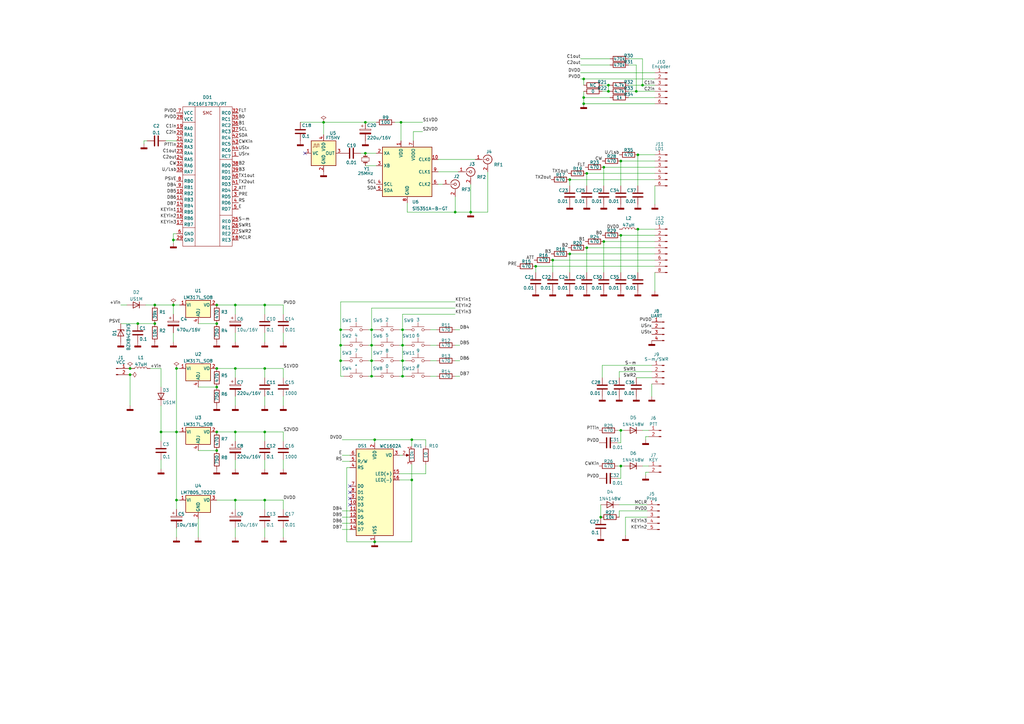
<source format=kicad_sch>
(kicad_sch (version 20211123) (generator eeschema)
  (paper "A3")
  (title_block (title "Синтезатор для ТПП") (date "10.01.2023") (rev "1") (company "HAM Radio") (comment 1 "СНТП.01.100 Э3") (comment 2 "RK9AMX") (comment 3 "Oleg9"))
  (lib_symbols
    (symbol "Connector:Conn_01x02_Male" (pin_names (offset 1.016) hide)
      (property "Reference" "J" (at 0 2.54 0))
      (property "Value" "Conn_01x02_Male" (at 0 -5.08 0))
      (symbol "Conn_01x02_Male_1_1"
        (pin passive line (at 5.08 0 180) (length 3.81) (name "Pin_1") (number "1"))
        (pin passive line (at 5.08 -2.54 180) (length 3.81) (name "Pin_2") (number "2"))
      )
    )
    (symbol "Connector:Conn_01x04_Male" (pin_names (offset 1.016) hide)
      (property "Reference" "J" (at 0 5.08 0))
      (property "Value" "Conn_01x04_Male" (at 0 -7.62 0))
      (symbol "Conn_01x04_Male_1_1"
        (pin passive line (at 5.08 2.54 180) (length 3.81) (name "Pin_1") (number "1"))
        (pin passive line (at 5.08 0 180) (length 3.81) (name "Pin_2") (number "2"))
        (pin passive line (at 5.08 -2.54 180) (length 3.81) (name "Pin_3") (number "3"))
        (pin passive line (at 5.08 -5.08 180) (length 3.81) (name "Pin_4") (number "4"))
      )
    )
    (symbol "Connector:Conn_01x05_Male" (pin_names (offset 1.016) hide)
      (property "Reference" "J" (at 0 7.62 0))
      (property "Value" "Conn_01x05_Male" (at 0 -7.62 0))
      (symbol "Conn_01x05_Male_1_1"
        (pin passive line (at 5.08 5.08 180) (length 3.81) (name "Pin_1") (number "1"))
        (pin passive line (at 5.08 2.54 180) (length 3.81) (name "Pin_2") (number "2"))
        (pin passive line (at 5.08 0 180) (length 3.81) (name "Pin_3") (number "3"))
        (pin passive line (at 5.08 -2.54 180) (length 3.81) (name "Pin_4") (number "4"))
        (pin passive line (at 5.08 -5.08 180) (length 3.81) (name "Pin_5") (number "5"))
      )
    )
    (symbol "Connector:Conn_01x06_Male" (pin_names (offset 1.016) hide)
      (property "Reference" "J" (at 0 7.62 0))
      (property "Value" "Conn_01x06_Male" (at 0 -10.16 0))
      (symbol "Conn_01x06_Male_1_1"
        (pin passive line (at 5.08 5.08 180) (length 3.81) (name "Pin_1") (number "1"))
        (pin passive line (at 5.08 2.54 180) (length 3.81) (name "Pin_2") (number "2"))
        (pin passive line (at 5.08 0 180) (length 3.81) (name "Pin_3") (number "3"))
        (pin passive line (at 5.08 -2.54 180) (length 3.81) (name "Pin_4") (number "4"))
        (pin passive line (at 5.08 -5.08 180) (length 3.81) (name "Pin_5") (number "5"))
        (pin passive line (at 5.08 -7.62 180) (length 3.81) (name "Pin_6") (number "6"))
      )
    )
    (symbol "Connector:Conn_01x08_Male" (pin_names (offset 1.016) hide)
      (property "Reference" "J" (at 0 10.16 0))
      (property "Value" "Conn_01x08_Male" (at 0 -12.7 0))
      (symbol "Conn_01x08_Male_1_1"
        (pin passive line (at 5.08 7.62 180) (length 3.81) (name "Pin_1") (number "1"))
        (pin passive line (at 5.08 5.08 180) (length 3.81) (name "Pin_2") (number "2"))
        (pin passive line (at 5.08 2.54 180) (length 3.81) (name "Pin_3") (number "3"))
        (pin passive line (at 5.08 0 180) (length 3.81) (name "Pin_4") (number "4"))
        (pin passive line (at 5.08 -2.54 180) (length 3.81) (name "Pin_5") (number "5"))
        (pin passive line (at 5.08 -5.08 180) (length 3.81) (name "Pin_6") (number "6"))
        (pin passive line (at 5.08 -7.62 180) (length 3.81) (name "Pin_7") (number "7"))
        (pin passive line (at 5.08 -10.16 180) (length 3.81) (name "Pin_8") (number "8"))
      )
    )
    (symbol "Connector:Conn_Coaxial" (pin_names (offset 1.016) hide)
      (property "Reference" "J" (at 0.254 3.048 0))
      (property "Value" "Conn_Coaxial" (at 2.921 0 90))
      (symbol "Conn_Coaxial_1_1"
        (pin passive line (at -5.08 0 0) (length 2.54) (name "In") (number "1"))
        (pin passive line (at 0 -5.08 90) (length 2.54) (name "Ext") (number "2"))
      )
    )
    (symbol "Device:C" (pin_numbers hide) (pin_names (offset 0.254))
      (property "Reference" "C" (at 0.635 2.54 0))
      (property "Value" "C" (at 0.635 -2.54 0))
      (symbol "C_1_1"
        (pin passive line (at 0 3.81 270) (length 2.794) (name "~") (number "1"))
        (pin passive line (at 0 -3.81 90) (length 2.794) (name "~") (number "2"))
      )
    )
    (symbol "Device:C_Polarized" (pin_numbers hide) (pin_names (offset 0.254))
      (property "Reference" "C" (at 0.635 2.54 0))
      (property "Value" "C_Polarized" (at 0.635 -2.54 0))
      (symbol "C_Polarized_1_1"
        (pin passive line (at 0 3.81 270) (length 2.794) (name "~") (number "1"))
        (pin passive line (at 0 -3.81 90) (length 2.794) (name "~") (number "2"))
      )
    )
    (symbol "Device:Crystal_Small" (pin_numbers hide) (pin_names (offset 1.016) hide)
      (property "Reference" "Y" (at 0 2.54 0))
      (property "Value" "Crystal_Small" (at 0 -2.54 0))
      (symbol "Crystal_Small_1_1"
        (pin passive line (at -2.54 0 0) (length 1.27) (name "1") (number "1"))
        (pin passive line (at 2.54 0 180) (length 1.27) (name "2") (number "2"))
      )
    )
    (symbol "Device:L" (pin_numbers hide) (pin_names (offset 1.016) hide)
      (property "Reference" "L" (at -1.27 0 90))
      (property "Value" "L" (at 1.905 0 90))
      (symbol "L_1_1"
        (pin passive line (at 0 3.81 270) (length 1.27) (name "1") (number "1"))
        (pin passive line (at 0 -3.81 90) (length 1.27) (name "2") (number "2"))
      )
    )
    (symbol "Device:R" (pin_numbers hide) (pin_names (offset 0))
      (property "Reference" "R" (at 2.032 0 90))
      (property "Value" "R" (at 0 0 90))
      (symbol "R_1_1"
        (pin passive line (at 0 3.81 270) (length 1.27) (name "~") (number "1"))
        (pin passive line (at 0 -3.81 90) (length 1.27) (name "~") (number "2"))
      )
    )
    (symbol "Device:R_Potentiometer" (pin_names (offset 1.016) hide)
      (property "Reference" "RV" (at -4.445 0 90))
      (property "Value" "R_Potentiometer" (at -2.54 0 90))
      (symbol "R_Potentiometer_1_1"
        (pin passive line (at 0 3.81 270) (length 1.27) (name "1") (number "1"))
        (pin passive line (at 3.81 0 180) (length 1.27) (name "2") (number "2"))
        (pin passive line (at 0 -3.81 90) (length 1.27) (name "3") (number "3"))
      )
    )
    (symbol "Diode:1N4148W" (pin_numbers hide) (pin_names (offset 1.016) hide)
      (property "Reference" "D" (at 0 2.54 0))
      (property "Value" "1N4148W" (at 0 -2.54 0))
      (symbol "1N4148W_1_1"
        (pin passive line (at -3.81 0 0) (length 2.54) (name "K") (number "1"))
        (pin passive line (at 3.81 0 180) (length 2.54) (name "A") (number "2"))
      )
    )
    (symbol "Diode:BZX84Cxx" (pin_numbers hide) (pin_names (offset 1.016) hide)
      (property "Reference" "D" (at 0 2.54 0))
      (property "Value" "BZX84Cxx" (at 0 -2.54 0))
      (symbol "BZX84Cxx_1_1"
        (pin passive line (at -3.81 0 0) (length 2.54) (name "K") (number "1"))
        (pin passive line (at 3.81 0 180) (length 2.54) (name "A") (number "2"))
      )
    )
    (symbol "Diode:US1M" (pin_numbers hide) (pin_names (offset 1.016) hide)
      (property "Reference" "D" (at 0 2.54 0))
      (property "Value" "US1M" (at 0 -2.54 0))
      (symbol "US1M_1_1"
        (pin passive line (at -3.81 0 0) (length 2.54) (name "K") (number "1"))
        (pin passive line (at 3.81 0 180) (length 2.54) (name "A") (number "2"))
      )
    )
    (symbol "Display_Character:WC1602A"
      (property "Reference" "DS" (at -5.842 19.05 0))
      (property "Value" "WC1602A" (at 5.334 19.05 0))
      (symbol "WC1602A_1_1"
        (pin power_in line (at 0 -20.32 90) (length 2.54) (name "VSS") (number "1"))
        (pin input line (at -10.16 -5.08 0) (length 2.54) (name "D3") (number "10"))
        (pin input line (at -10.16 -7.62 0) (length 2.54) (name "D4") (number "11"))
        (pin input line (at -10.16 -10.16 0) (length 2.54) (name "D5") (number "12"))
        (pin input line (at -10.16 -12.7 0) (length 2.54) (name "D6") (number "13"))
        (pin input line (at -10.16 -15.24 0) (length 2.54) (name "D7") (number "14"))
        (pin power_in line (at 10.16 7.62 180) (length 2.54) (name "LED(+)") (number "15"))
        (pin power_in line (at 10.16 5.08 180) (length 2.54) (name "LED(-)") (number "16"))
        (pin power_in line (at 0 20.32 270) (length 2.54) (name "VDD") (number "2"))
        (pin input line (at 10.16 15.24 180) (length 2.54) (name "VO") (number "3"))
        (pin input line (at -10.16 10.16 0) (length 2.54) (name "RS") (number "4"))
        (pin input line (at -10.16 12.7 0) (length 2.54) (name "R/W") (number "5"))
        (pin input line (at -10.16 15.24 0) (length 2.54) (name "E") (number "6"))
        (pin input line (at -10.16 2.54 0) (length 2.54) (name "D0") (number "7"))
        (pin input line (at -10.16 0 0) (length 2.54) (name "D1") (number "8"))
        (pin input line (at -10.16 -2.54 0) (length 2.54) (name "D2") (number "9"))
      )
    )
    (symbol "Oscillator:FT5HV"
      (property "Reference" "U" (at 5.08 11.43 0))
      (property "Value" "FT5HV" (at 6.35 8.89 0))
      (symbol "FT5HV_1_1"
        (pin input line (at -7.62 0 0) (length 2.54) (name "VC") (number "1"))
        (pin power_in line (at 0 -7.62 90) (length 2.54) (name "GND") (number "2"))
        (pin output line (at 7.62 0 180) (length 2.54) (name "OUT") (number "3"))
        (pin power_in line (at 0 7.62 270) (length 2.54) (name "VDD") (number "4"))
      )
    )
    (symbol "Oscillator:Si5351A-B-GT"
      (property "Reference" "U" (at -8.89 11.43 0))
      (property "Value" "Si5351A-B-GT" (at -12.7 -12.7 0))
      (symbol "Si5351A-B-GT_1_1"
        (pin power_in line (at -2.54 12.7 270) (length 2.54) (name "VDD") (number "1"))
        (pin output line (at 12.7 5.08 180) (length 2.54) (name "CLK0") (number "10"))
        (pin input line (at -12.7 7.62 0) (length 2.54) (name "XA") (number "2"))
        (pin input line (at -12.7 2.54 0) (length 2.54) (name "XB") (number "3"))
        (pin input line (at -12.7 -5.08 0) (length 2.54) (name "SCL") (number "4"))
        (pin bidirectional line (at -12.7 -7.62 0) (length 2.54) (name "SDA") (number "5"))
        (pin output line (at 12.7 -5.08 180) (length 2.54) (name "CLK2") (number "6"))
        (pin power_in line (at 2.54 12.7 270) (length 2.54) (name "VDDO") (number "7"))
        (pin power_in line (at 0 -12.7 90) (length 2.54) (name "GND") (number "8"))
        (pin output line (at 12.7 0 180) (length 2.54) (name "CLK1") (number "9"))
      )
    )
    (symbol "Regulator_Linear:LM317L_SO8" (pin_names (offset 0.254))
      (property "Reference" "U" (at -3.81 3.175 0))
      (property "Value" "LM317L_SO8" (at 0 3.175 0))
      (symbol "LM317L_SO8_1_1"
        (pin power_in line (at -7.62 0 0) (length 2.54) (name "VI") (number "1"))
        (pin power_out line (at 7.62 0 180) (length 2.54) (name "VO") (number "2"))
        (pin passive line (at 7.62 0 180) (length 2.54) hide (name "VO") (number "3"))
        (pin input line (at 0 -7.62 90) (length 2.54) (name "ADJ") (number "4"))
        (pin no_connect line (at -7.62 -2.54 0) (length 2.54) hide (name "NC") (number "5"))
        (pin passive line (at 7.62 0 180) (length 2.54) hide (name "VO") (number "6"))
        (pin passive line (at 7.62 0 180) (length 2.54) hide (name "VO") (number "7"))
        (pin no_connect line (at 7.62 -2.54 180) (length 2.54) hide (name "NC") (number "8"))
      )
    )
    (symbol "Regulator_Linear:LM7805_TO220" (pin_names (offset 0.254))
      (property "Reference" "U" (at -3.81 3.175 0))
      (property "Value" "LM7805_TO220" (at 0 3.175 0))
      (symbol "LM7805_TO220_1_1"
        (pin power_in line (at -7.62 0 0) (length 2.54) (name "VI") (number "1"))
        (pin power_in line (at 0 -7.62 90) (length 2.54) (name "GND") (number "2"))
        (pin power_out line (at 7.62 0 180) (length 2.54) (name "VO") (number "3"))
      )
    )
    (symbol "Switch:SW_Push" (pin_numbers hide) (pin_names (offset 1.016) hide)
      (property "Reference" "SW" (at 1.27 2.54 0))
      (property "Value" "SW_Push" (at 0 -1.524 0))
      (symbol "SW_Push_0_1"
        (pin passive line (at -5.08 0 0) (length 2.54) (name "1") (number "1"))
        (pin passive line (at 5.08 0 180) (length 2.54) (name "2") (number "2"))
      )
    )
    (symbol "User_Library:PIC16F1787I{slash}PT"
      (property "Reference" "DD" (at 0 -7.62 90))
      (property "Value" "PIC16F1787I{slash}PT" (at 0 3.81 90))
      (symbol "PIC16F1787I{slash}PT_0_0"
        (text "SMC" (at 0 25.4 0) (effects (font (size 1.27 1.27))))
      )
      (symbol "PIC16F1787I{slash}PT_1_1"
        (pin passive line (at 12.7 7.62 180) (length 2.54) (name "RC7") (number "1"))
        (pin passive line (at -12.7 -7.62 0) (length 2.54) (name "RB2") (number "10"))
        (pin passive line (at -12.7 -10.16 0) (length 2.54) (name "RB3") (number "11"))
        (pin passive line (at -3.81 -31.75 90) (length 2.54) hide (name "NC") (number "12"))
        (pin passive line (at -1.27 -31.75 90) (length 2.54) hide (name "NC") (number "13"))
        (pin passive line (at -12.7 -12.7 0) (length 2.54) (name "RB4") (number "14"))
        (pin passive line (at -12.7 -15.24 0) (length 2.54) (name "RB5") (number "15"))
        (pin passive line (at -12.7 -17.78 0) (length 2.54) (name "RB6") (number "16"))
        (pin passive line (at -12.7 -20.32 0) (length 2.54) (name "RB7") (number "17"))
        (pin passive line (at 12.7 -26.67 180) (length 2.54) (name "RE3") (number "18"))
        (pin passive line (at -12.7 19.05 0) (length 2.54) (name "RA0") (number "19"))
        (pin passive line (at 12.7 -6.35 180) (length 2.54) (name "RD4") (number "2"))
        (pin passive line (at -12.7 16.51 0) (length 2.54) (name "RA1") (number "20"))
        (pin passive line (at -12.7 13.97 0) (length 2.54) (name "RA2") (number "21"))
        (pin passive line (at -12.7 11.43 0) (length 2.54) (name "RA3") (number "22"))
        (pin passive line (at -12.7 8.89 0) (length 2.54) (name "RA4") (number "23"))
        (pin passive line (at -12.7 6.35 0) (length 2.54) (name "RA5") (number "24"))
        (pin passive line (at 12.7 -19.05 180) (length 2.54) (name "RE0") (number "25"))
        (pin passive line (at 12.7 -21.59 180) (length 2.54) (name "RE1") (number "26"))
        (pin passive line (at 12.7 -24.13 180) (length 2.54) (name "RE2") (number "27"))
        (pin passive line (at -12.7 22.86 0) (length 2.54) (name "VCC") (number "28"))
        (pin passive line (at -12.7 -26.67 0) (length 2.54) (name "GND") (number "29"))
        (pin passive line (at 12.7 -8.89 180) (length 2.54) (name "RD5") (number "3"))
        (pin passive line (at -12.7 1.27 0) (length 2.54) (name "RA7") (number "30"))
        (pin passive line (at -12.7 3.81 0) (length 2.54) (name "RA6") (number "31"))
        (pin passive line (at 12.7 25.4 180) (length 2.54) (name "RC0") (number "32"))
        (pin passive line (at 1.27 -31.75 90) (length 2.54) hide (name "NC") (number "33"))
        (pin passive line (at 3.81 -31.75 90) (length 2.54) hide (name "NC") (number "34"))
        (pin passive line (at 12.7 22.86 180) (length 2.54) (name "RC1") (number "35"))
        (pin passive line (at 12.7 20.32 180) (length 2.54) (name "RC2") (number "36"))
        (pin passive line (at 12.7 17.78 180) (length 2.54) (name "RC3") (number "37"))
        (pin passive line (at 12.7 3.81 180) (length 2.54) (name "RD0") (number "38"))
        (pin passive line (at 12.7 1.27 180) (length 2.54) (name "RD1") (number "39"))
        (pin passive line (at 12.7 -11.43 180) (length 2.54) (name "RD6") (number "4"))
        (pin passive line (at 12.7 -1.27 180) (length 2.54) (name "RD2") (number "40"))
        (pin passive line (at 12.7 -3.81 180) (length 2.54) (name "RD3") (number "41"))
        (pin passive line (at 12.7 15.24 180) (length 2.54) (name "RC4") (number "42"))
        (pin passive line (at 12.7 12.7 180) (length 2.54) (name "RC5") (number "43"))
        (pin passive line (at 12.7 10.16 180) (length 2.54) (name "RC6") (number "44"))
        (pin passive line (at 12.7 -13.97 180) (length 2.54) (name "RD7") (number "5"))
        (pin passive line (at -12.7 -24.13 0) (length 2.54) (name "GND") (number "6"))
        (pin passive line (at -12.7 25.4 0) (length 2.54) (name "VCC") (number "7"))
        (pin passive line (at -12.7 -2.54 0) (length 2.54) (name "RB0") (number "8"))
        (pin passive line (at -12.7 -5.08 0) (length 2.54) (name "RB1") (number "9"))
      )
    )
    (symbol "power:GNDD" (power) (pin_names (offset 0))
      (property "Value" "GNDD" (at 0 -3.175 0))
      (symbol "GNDD_1_1"
        (pin power_in line (at 0 0 270) (length 0) hide (name "GNDD") (number "1"))
      )
    )
    (symbol "power:PWR_FLAG" (power) (pin_numbers hide) (pin_names (offset 0) hide)
      (property "Value" "PWR_FLAG" (at 0 3.81 0))
      (symbol "PWR_FLAG_0_0"
        (pin power_out line (at 0 0 90) (length 0) (name "pwr") (number "1"))
      )
    )
  )
  (junction (at 240.665 71.12))
  (junction (at 53.34 151.13))
  (junction (at 249.555 37.465))
  (junction (at 72.39 151.13))
  (junction (at 71.12 125.095))
  (junction (at 226.695 106.68))
  (junction (at 233.68 73.66))
  (junction (at 240.665 101.6))
  (junction (at 88.9 184.785))
  (junction (at 88.9 177.165))
  (junction (at 247.65 99.06))
  (junction (at 72.39 205.105))
  (junction (at 53.34 153.67))
  (junction (at 153.67 180.34))
  (junction (at 108.585 177.165))
  (junction (at 152.4 154.305))
  (junction (at 261.62 63.5))
  (junction (at 249.555 34.925))
  (junction (at 149.86 62.865))
  (junction (at 152.4 135.255))
  (junction (at 260.985 37.465))
  (junction (at 263.525 34.925))
  (junction (at 96.52 177.165))
  (junction (at 254.635 191.135))
  (junction (at 88.9 132.715))
  (junction (at 168.91 196.85))
  (junction (at 254.635 66.04))
  (junction (at 108.585 125.095))
  (junction (at 239.395 32.385))
  (junction (at 164.465 50.165))
  (junction (at 96.52 205.105))
  (junction (at 139.7 147.955))
  (junction (at 165.1 135.255))
  (junction (at 239.395 42.545))
  (junction (at 239.395 40.005))
  (junction (at 72.39 177.165))
  (junction (at 261.62 93.98))
  (junction (at 186.69 86.995))
  (junction (at 152.4 147.955))
  (junction (at 254.635 96.52))
  (junction (at 152.4 141.605))
  (junction (at 139.7 135.255))
  (junction (at 247.65 68.58))
  (junction (at 108.585 205.105))
  (junction (at 254.635 176.53))
  (junction (at 96.52 125.095))
  (junction (at 96.52 151.13))
  (junction (at 193.04 86.995))
  (junction (at 88.9 151.13))
  (junction (at 88.9 158.75))
  (junction (at 153.67 222.25))
  (junction (at 56.515 132.715))
  (junction (at 63.5 132.715))
  (junction (at 168.91 180.34))
  (junction (at 233.68 104.14))
  (junction (at 71.12 98.425))
  (junction (at 149.86 50.165))
  (junction (at 66.04 177.165))
  (junction (at 108.585 151.13))
  (junction (at 139.7 141.605))
  (junction (at 63.5 125.095))
  (junction (at 132.715 50.165))
  (junction (at 165.1 141.605))
  (junction (at 165.1 154.305))
  (junction (at 219.71 109.22))
  (junction (at 88.9 125.095))
  (junction (at 246.38 212.09))
  (junction (at 165.1 147.955))
  (no_connect (at 143.51 201.93))
  (no_connect (at 143.51 199.39))
  (no_connect (at 143.51 204.47))
  (no_connect (at 143.51 207.01))
  (no_connect (at 125.095 62.865))
  (wire (pts (xy 263.525 191.135) (xy 266.065 191.135)))
  (wire (pts (xy 66.04 166.37) (xy 66.04 177.165)))
  (wire (pts (xy 268.605 111.76) (xy 268.605 119.38)))
  (wire (pts (xy 174.625 182.88) (xy 174.625 180.34)))
  (wire (pts (xy 247.015 154.94) (xy 247.015 149.86)))
  (wire (pts (xy 246.38 207.01) (xy 246.38 212.09)))
  (wire (pts (xy 165.1 147.955) (xy 165.1 154.305)))
  (wire (pts (xy 154.305 67.945) (xy 149.86 67.945)))
  (wire (pts (xy 260.985 26.67) (xy 260.985 37.465)))
  (wire (pts (xy 261.62 111.76) (xy 261.62 93.98)))
  (wire (pts (xy 108.585 180.975) (xy 108.585 177.165)))
  (wire (pts (xy 152.4 147.955) (xy 151.13 147.955)))
  (wire (pts (xy 263.525 34.925) (xy 257.81 34.925)))
  (wire (pts (xy 116.205 180.975) (xy 116.205 177.165)))
  (wire (pts (xy 140.97 135.255) (xy 139.7 135.255)))
  (wire (pts (xy 108.585 154.94) (xy 108.585 151.13)))
  (wire (pts (xy 163.83 196.85) (xy 168.91 196.85)))
  (wire (pts (xy 139.7 135.255) (xy 139.7 141.605)))
  (wire (pts (xy 250.19 26.67) (xy 238.125 26.67)))
  (wire (pts (xy 116.205 166.37) (xy 116.205 162.56)))
  (wire (pts (xy 186.69 86.995) (xy 167.005 86.995)))
  (wire (pts (xy 247.65 99.06) (xy 247.65 111.76)))
  (wire (pts (xy 165.1 135.255) (xy 166.37 135.255)))
  (wire (pts (xy 266.065 193.675) (xy 264.795 193.675)))
  (wire (pts (xy 108.585 192.405) (xy 108.585 188.595)))
  (wire (pts (xy 257.81 24.13) (xy 263.525 24.13)))
  (wire (pts (xy 152.4 154.305) (xy 151.13 154.305)))
  (wire (pts (xy 153.67 180.34) (xy 168.91 180.34)))
  (wire (pts (xy 96.52 192.405) (xy 96.52 188.595)))
  (wire (pts (xy 152.4 135.255) (xy 153.67 135.255)))
  (wire (pts (xy 163.83 135.255) (xy 165.1 135.255)))
  (wire (pts (xy 140.97 141.605) (xy 139.7 141.605)))
  (wire (pts (xy 250.19 40.005) (xy 239.395 40.005)))
  (wire (pts (xy 72.39 208.915) (xy 72.39 205.105)))
  (wire (pts (xy 173.355 53.975) (xy 169.545 53.975)))
  (wire (pts (xy 132.715 55.245) (xy 132.715 50.165)))
  (wire (pts (xy 59.69 125.095) (xy 63.5 125.095)))
  (wire (pts (xy 268.605 68.58) (xy 247.65 68.58)))
  (wire (pts (xy 233.68 76.2) (xy 233.68 73.66)))
  (wire (pts (xy 254.635 176.53) (xy 255.905 176.53)))
  (wire (pts (xy 52.705 151.13) (xy 53.34 151.13)))
  (wire (pts (xy 108.585 125.095) (xy 116.205 125.095)))
  (wire (pts (xy 152.4 141.605) (xy 153.67 141.605)))
  (wire (pts (xy 73.66 125.095) (xy 71.12 125.095)))
  (wire (pts (xy 108.585 140.335) (xy 108.585 136.525)))
  (wire (pts (xy 181.61 75.565) (xy 179.705 75.565)))
  (wire (pts (xy 176.53 154.305) (xy 179.07 154.305)))
  (wire (pts (xy 188.595 154.305) (xy 186.69 154.305)))
  (wire (pts (xy 261.62 63.5) (xy 261.62 76.2)))
  (wire (pts (xy 268.605 104.14) (xy 233.68 104.14)))
  (wire (pts (xy 165.1 135.255) (xy 165.1 141.605)))
  (wire (pts (xy 96.52 128.905) (xy 96.52 125.095)))
  (wire (pts (xy 193.04 86.995) (xy 186.69 86.995)))
  (wire (pts (xy 149.86 50.165) (xy 132.715 50.165)))
  (wire (pts (xy 165.1 141.605) (xy 165.1 147.955)))
  (wire (pts (xy 96.52 140.335) (xy 96.52 136.525)))
  (wire (pts (xy 164.465 50.165) (xy 161.925 50.165)))
  (wire (pts (xy 240.665 101.6) (xy 240.665 111.76)))
  (wire (pts (xy 254 207.01) (xy 265.43 207.01)))
  (wire (pts (xy 264.795 180.34) (xy 264.795 179.07)))
  (wire (pts (xy 59.055 57.785) (xy 59.055 59.055)))
  (wire (pts (xy 81.28 184.785) (xy 88.9 184.785)))
  (wire (pts (xy 108.585 177.165) (xy 116.205 177.165)))
  (wire (pts (xy 71.12 125.095) (xy 63.5 125.095)))
  (wire (pts (xy 140.97 154.305) (xy 139.7 154.305)))
  (wire (pts (xy 142.24 191.77) (xy 142.24 222.25)))
  (wire (pts (xy 88.9 205.105) (xy 96.52 205.105)))
  (wire (pts (xy 140.335 214.63) (xy 143.51 214.63)))
  (wire (pts (xy 153.67 154.305) (xy 152.4 154.305)))
  (wire (pts (xy 239.395 40.005) (xy 239.395 42.545)))
  (wire (pts (xy 66.04 151.13) (xy 66.04 158.75)))
  (wire (pts (xy 116.205 154.94) (xy 116.205 151.13)))
  (wire (pts (xy 168.91 180.34) (xy 174.625 180.34)))
  (wire (pts (xy 169.545 53.975) (xy 169.545 57.785)))
  (wire (pts (xy 139.7 147.955) (xy 139.7 154.305)))
  (wire (pts (xy 154.305 62.865) (xy 149.86 62.865)))
  (wire (pts (xy 168.91 196.85) (xy 168.91 222.25)))
  (wire (pts (xy 116.205 128.905) (xy 116.205 125.095)))
  (wire (pts (xy 153.67 181.61) (xy 153.67 180.34)))
  (wire (pts (xy 268.605 34.925) (xy 263.525 34.925)))
  (wire (pts (xy 176.53 147.955) (xy 179.07 147.955)))
  (wire (pts (xy 247.015 34.925) (xy 249.555 34.925)))
  (wire (pts (xy 71.12 98.425) (xy 71.12 99.695)))
  (wire (pts (xy 71.12 125.095) (xy 71.12 128.905)))
  (wire (pts (xy 164.465 57.785) (xy 164.465 50.165)))
  (wire (pts (xy 72.39 220.345) (xy 72.39 216.535)))
  (wire (pts (xy 186.69 123.825) (xy 139.7 123.825)))
  (wire (pts (xy 72.39 205.105) (xy 73.66 205.105)))
  (wire (pts (xy 140.335 189.23) (xy 143.51 189.23)))
  (wire (pts (xy 66.04 177.165) (xy 72.39 177.165)))
  (wire (pts (xy 153.67 147.955) (xy 152.4 147.955)))
  (wire (pts (xy 61.595 151.13) (xy 66.04 151.13)))
  (wire (pts (xy 81.28 132.715) (xy 88.9 132.715)))
  (wire (pts (xy 81.28 220.345) (xy 81.28 212.725)))
  (wire (pts (xy 96.52 180.975) (xy 96.52 177.165)))
  (wire (pts (xy 140.335 217.17) (xy 143.51 217.17)))
  (wire (pts (xy 72.39 177.165) (xy 72.39 205.105)))
  (wire (pts (xy 88.9 151.13) (xy 96.52 151.13)))
  (wire (pts (xy 108.585 205.105) (xy 116.205 205.105)))
  (wire (pts (xy 268.605 76.2) (xy 268.605 83.82)))
  (wire (pts (xy 163.83 141.605) (xy 165.1 141.605)))
  (wire (pts (xy 268.605 29.845) (xy 238.125 29.845)))
  (wire (pts (xy 88.9 125.095) (xy 96.52 125.095)))
  (wire (pts (xy 267.335 152.4) (xy 254 152.4)))
  (wire (pts (xy 249.555 34.925) (xy 250.19 34.925)))
  (wire (pts (xy 166.37 154.305) (xy 165.1 154.305)))
  (wire (pts (xy 268.605 99.06) (xy 247.65 99.06)))
  (wire (pts (xy 147.955 62.865) (xy 149.86 62.865)))
  (wire (pts (xy 116.205 140.335) (xy 116.205 136.525)))
  (wire (pts (xy 265.43 209.55) (xy 254 209.55)))
  (wire (pts (xy 188.595 141.605) (xy 186.69 141.605)))
  (wire (pts (xy 66.04 180.975) (xy 66.04 177.165)))
  (wire (pts (xy 254.635 181.61) (xy 254.635 176.53)))
  (wire (pts (xy 165.1 154.305) (xy 163.83 154.305)))
  (wire (pts (xy 140.97 147.955) (xy 139.7 147.955)))
  (wire (pts (xy 96.52 177.165) (xy 108.585 177.165)))
  (wire (pts (xy 186.69 126.365) (xy 152.4 126.365)))
  (wire (pts (xy 108.585 220.345) (xy 108.585 216.535)))
  (wire (pts (xy 250.19 37.465) (xy 249.555 37.465)))
  (wire (pts (xy 253.365 176.53) (xy 254.635 176.53)))
  (wire (pts (xy 116.205 208.915) (xy 116.205 205.105)))
  (wire (pts (xy 60.325 57.785) (xy 59.055 57.785)))
  (wire (pts (xy 165.1 141.605) (xy 166.37 141.605)))
  (wire (pts (xy 188.595 147.955) (xy 186.69 147.955)))
  (wire (pts (xy 260.985 37.465) (xy 257.81 37.465)))
  (wire (pts (xy 267.335 154.94) (xy 260.985 154.94)))
  (wire (pts (xy 140.335 186.69) (xy 143.51 186.69)))
  (wire (pts (xy 96.52 154.94) (xy 96.52 151.13)))
  (wire (pts (xy 53.34 151.13) (xy 53.975 151.13)))
  (wire (pts (xy 154.305 50.165) (xy 149.86 50.165)))
  (wire (pts (xy 164.465 50.165) (xy 173.355 50.165)))
  (wire (pts (xy 63.5 132.715) (xy 56.515 132.715)))
  (wire (pts (xy 72.39 98.425) (xy 71.12 98.425)))
  (wire (pts (xy 53.34 153.67) (xy 52.705 153.67)))
  (wire (pts (xy 253.365 196.215) (xy 254.635 196.215)))
  (wire (pts (xy 268.605 101.6) (xy 240.665 101.6)))
  (wire (pts (xy 96.52 151.13) (xy 108.585 151.13)))
  (wire (pts (xy 179.705 70.485) (xy 187.96 70.485)))
  (wire (pts (xy 96.52 208.915) (xy 96.52 205.105)))
  (wire (pts (xy 132.715 50.165) (xy 123.19 50.165)))
  (wire (pts (xy 71.12 140.335) (xy 71.12 136.525)))
  (wire (pts (xy 268.605 73.66) (xy 233.68 73.66)))
  (wire (pts (xy 253.365 181.61) (xy 254.635 181.61)))
  (wire (pts (xy 247.65 76.2) (xy 247.65 68.58)))
  (wire (pts (xy 257.81 26.67) (xy 260.985 26.67)))
  (wire (pts (xy 116.205 192.405) (xy 116.205 188.595)))
  (wire (pts (xy 268.605 66.04) (xy 254.635 66.04)))
  (wire (pts (xy 247.015 149.86) (xy 267.335 149.86)))
  (wire (pts (xy 108.585 128.905) (xy 108.585 125.095)))
  (wire (pts (xy 108.585 166.37) (xy 108.585 162.56)))
  (wire (pts (xy 268.605 63.5) (xy 261.62 63.5)))
  (wire (pts (xy 108.585 208.915) (xy 108.585 205.105)))
  (wire (pts (xy 167.005 86.995) (xy 167.005 83.185)))
  (wire (pts (xy 200.025 70.485) (xy 200.025 86.995)))
  (wire (pts (xy 140.335 209.55) (xy 143.51 209.55)))
  (wire (pts (xy 265.43 212.09) (xy 256.54 212.09)))
  (wire (pts (xy 139.7 123.825) (xy 139.7 135.255)))
  (wire (pts (xy 168.91 182.88) (xy 168.91 180.34)))
  (wire (pts (xy 152.4 141.605) (xy 152.4 147.955)))
  (wire (pts (xy 140.335 212.09) (xy 143.51 212.09)))
  (wire (pts (xy 249.555 37.465) (xy 249.555 34.925)))
  (wire (pts (xy 151.13 141.605) (xy 152.4 141.605)))
  (wire (pts (xy 268.605 106.68) (xy 226.695 106.68)))
  (wire (pts (xy 193.04 75.565) (xy 193.04 86.995)))
  (wire (pts (xy 139.7 141.605) (xy 139.7 147.955)))
  (wire (pts (xy 268.605 40.005) (xy 257.81 40.005)))
  (wire (pts (xy 116.205 220.345) (xy 116.205 216.535)))
  (wire (pts (xy 152.4 126.365) (xy 152.4 135.255)))
  (wire (pts (xy 268.605 96.52) (xy 254.635 96.52)))
  (wire (pts (xy 49.53 125.095) (xy 52.07 125.095)))
  (wire (pts (xy 247.015 37.465) (xy 249.555 37.465)))
  (wire (pts (xy 188.595 135.255) (xy 186.69 135.255)))
  (wire (pts (xy 142.24 191.77) (xy 143.51 191.77)))
  (wire (pts (xy 72.39 151.13) (xy 72.39 177.165)))
  (wire (pts (xy 152.4 135.255) (xy 152.4 141.605)))
  (wire (pts (xy 255.905 191.135) (xy 254.635 191.135)))
  (wire (pts (xy 168.91 222.25) (xy 153.67 222.25)))
  (wire (pts (xy 267.335 162.56) (xy 267.335 157.48)))
  (wire (pts (xy 165.1 147.955) (xy 166.37 147.955)))
  (wire (pts (xy 96.52 220.345) (xy 96.52 216.535)))
  (wire (pts (xy 261.62 93.98) (xy 268.605 93.98)))
  (wire (pts (xy 88.9 177.165) (xy 96.52 177.165)))
  (wire (pts (xy 72.39 57.785) (xy 67.945 57.785)))
  (wire (pts (xy 168.91 190.5) (xy 168.91 196.85)))
  (wire (pts (xy 66.04 192.405) (xy 66.04 188.595)))
  (wire (pts (xy 96.52 125.095) (xy 108.585 125.095)))
  (wire (pts (xy 176.53 141.605) (xy 179.07 141.605)))
  (wire (pts (xy 176.53 135.255) (xy 179.07 135.255)))
  (wire (pts (xy 49.53 132.715) (xy 56.515 132.715)))
  (wire (pts (xy 53.34 153.67) (xy 53.34 166.37)))
  (wire (pts (xy 73.66 177.165) (xy 72.39 177.165)))
  (wire (pts (xy 165.1 128.905) (xy 165.1 135.255)))
  (wire (pts (xy 239.395 34.925) (xy 239.395 32.385)))
  (wire (pts (xy 233.68 111.76) (xy 233.68 104.14)))
  (wire (pts (xy 254.635 196.215) (xy 254.635 191.135)))
  (wire (pts (xy 268.605 71.12) (xy 240.665 71.12)))
  (wire (pts (xy 108.585 151.13) (xy 116.205 151.13)))
  (wire (pts (xy 72.39 95.885) (xy 71.12 95.885)))
  (wire (pts (xy 151.13 135.255) (xy 152.4 135.255)))
  (wire (pts (xy 268.605 37.465) (xy 260.985 37.465)))
  (wire (pts (xy 256.54 212.09) (xy 256.54 219.71)))
  (wire (pts (xy 254.635 66.04) (xy 254.635 76.2)))
  (wire (pts (xy 165.1 128.905) (xy 186.69 128.905)))
  (wire (pts (xy 254 209.55) (xy 254 212.09)))
  (wire (pts (xy 264.795 179.07) (xy 266.065 179.07)))
  (wire (pts (xy 254 154.94) (xy 254 152.4)))
  (wire (pts (xy 142.24 222.25) (xy 153.67 222.25)))
  (wire (pts (xy 163.83 147.955) (xy 165.1 147.955)))
  (wire (pts (xy 254.635 191.135) (xy 253.365 191.135)))
  (wire (pts (xy 250.19 24.13) (xy 238.125 24.13)))
  (wire (pts (xy 174.625 190.5) (xy 174.625 194.31)))
  (wire (pts (xy 219.71 111.76) (xy 219.71 109.22)))
  (wire (pts (xy 152.4 147.955) (xy 152.4 154.305)))
  (wire (pts (xy 268.605 32.385) (xy 239.395 32.385)))
  (wire (pts (xy 186.69 80.645) (xy 186.69 86.995)))
  (wire (pts (xy 163.83 194.31) (xy 174.625 194.31)))
  (wire (pts (xy 240.665 76.2) (xy 240.665 71.12)))
  (wire (pts (xy 263.525 176.53) (xy 266.065 176.53)))
  (wire (pts (xy 194.945 65.405) (xy 179.705 65.405)))
  (wire (pts (xy 96.52 166.37) (xy 96.52 162.56)))
  (wire (pts (xy 71.12 95.885) (xy 71.12 98.425)))
  (wire (pts (xy 254.635 111.76) (xy 254.635 96.52)))
  (wire (pts (xy 268.605 109.22) (xy 219.71 109.22)))
  (wire (pts (xy 81.28 158.75) (xy 88.9 158.75)))
  (wire (pts (xy 268.605 42.545) (xy 239.395 42.545)))
  (wire (pts (xy 239.395 32.385) (xy 238.125 32.385)))
  (wire (pts (xy 239.395 40.005) (xy 239.395 37.465)))
  (wire (pts (xy 226.695 111.76) (xy 226.695 106.68)))
  (wire (pts (xy 165.1 186.69) (xy 163.83 186.69)))
  (wire (pts (xy 263.525 24.13) (xy 263.525 34.925)))
  (wire (pts (xy 140.335 180.34) (xy 153.67 180.34)))
  (wire (pts (xy 264.795 193.675) (xy 264.795 194.945)))
  (wire (pts (xy 200.025 86.995) (xy 193.04 86.995)))
  (wire (pts (xy 96.52 205.105) (xy 108.585 205.105)))
  (wire (pts (xy 72.39 151.13) (xy 73.66 151.13)))
  (label "PVDD" (at 245.745 196.215 180))
  (label "C2out" (at 238.125 26.67 180))
  (label "FLT" (at 240.03 68.58 180))
  (label "KEYin1" (at 72.39 86.995 180))
  (label "DVDD" (at 116.205 205.105 0))
  (label "S-m" (at 260.985 149.86 180))
  (label "DVDD" (at 238.125 29.845 180))
  (label "PVDD" (at 265.43 209.55 180))
  (label "KEYin3" (at 72.39 92.075 180))
  (label "DB5" (at 188.595 141.605 0))
  (label "B0" (at 97.79 48.895 0))
  (label "PVDD" (at 116.205 125.095 0))
  (label "DB6" (at 188.595 147.955 0))
  (label "SWR1" (at 260.985 152.4 180))
  (label "TX1out" (at 233.045 71.12 180))
  (label "SWR2" (at 97.79 95.885 0))
  (label "S2VDD" (at 116.205 177.165 0))
  (label "DB6" (at 140.335 214.63 180))
  (label "USrx" (at 267.335 134.62 180))
  (label "C1in" (at 268.605 34.925 180))
  (label "UStx" (at 267.335 137.16 180))
  (label "PSVE" (at 72.39 74.295 180))
  (label "PVDD" (at 245.745 181.61 180))
  (label "ATT" (at 97.79 78.105 0))
  (label "B0" (at 247.015 96.52 180))
  (label "KEYin2" (at 186.69 126.365 0))
  (label "UStx" (at 97.79 61.595 0))
  (label "S-m" (at 97.79 90.805 0))
  (label "B1" (at 97.79 51.435 0))
  (label "PVDD" (at 238.125 32.385 180))
  (label "KEYin3" (at 186.69 128.905 0))
  (label "PTTin" (at 72.39 60.325 180))
  (label "B2" (at 233.045 101.6 180))
  (label "U{slash}Lsb" (at 72.39 70.485 180))
  (label "C1in" (at 72.39 52.705 180))
  (label "C2out" (at 72.39 65.405 180))
  (label "KEYin2" (at 265.43 217.17 180))
  (label "E" (at 140.335 186.69 180))
  (label "ATT" (at 219.075 106.68 180))
  (label "KEYin3" (at 265.43 214.63 180))
  (label "C1out" (at 72.39 62.865 180))
  (label "PVDD" (at 72.39 48.895 180))
  (label "+Vin" (at 49.53 125.095 180))
  (label "CW" (at 72.39 67.945 180))
  (label "DVDD" (at 140.335 180.34 180))
  (label "PVDD" (at 267.335 132.08 180))
  (label "RS" (at 140.335 189.23 180))
  (label "SWR2" (at 260.985 154.94 180))
  (label "MCLR" (at 97.79 98.425 0))
  (label "DB5" (at 72.39 79.375 180))
  (label "B2" (at 97.79 67.945 0))
  (label "+Vin" (at 61.595 151.13 0))
  (label "PSVE" (at 49.53 132.715 180))
  (label "S1VDD" (at 173.355 50.165 0))
  (label "B3" (at 97.79 70.485 0))
  (label "DB6" (at 72.39 81.915 180))
  (label "SCL" (at 154.305 75.565 180))
  (label "C1out" (at 238.125 24.13 180))
  (label "RS" (at 97.79 83.185 0))
  (label "CWKin" (at 97.79 59.055 0))
  (label "USrx" (at 97.79 64.135 0))
  (label "FLT" (at 97.79 46.355 0))
  (label "CW" (at 247.015 66.04 180))
  (label "DVDD" (at 254 93.98 180))
  (label "CWKin" (at 245.745 191.135 180))
  (label "U{slash}Lsb" (at 254 63.5 180))
  (label "KEYin2" (at 72.39 89.535 180))
  (label "PRE" (at 97.79 80.645 0))
  (label "C2in" (at 268.605 37.465 180))
  (label "E" (at 97.79 85.725 0))
  (label "S2VDD" (at 173.355 53.975 0))
  (label "DB4" (at 140.335 209.55 180))
  (label "DB5" (at 140.335 212.09 180))
  (label "C2in" (at 72.39 55.245 180))
  (label "PVDD" (at 72.39 46.355 180))
  (label "DB7" (at 140.335 217.17 180))
  (label "KEYin1" (at 186.69 123.825 0))
  (label "SCL" (at 97.79 53.975 0))
  (label "B1" (at 240.03 99.06 180))
  (label "S1VDD" (at 116.205 151.13 0))
  (label "DB4" (at 188.595 135.255 0))
  (label "SWR1" (at 97.79 93.345 0))
  (label "DB7" (at 188.595 154.305 0))
  (label "B3" (at 226.06 104.14 180))
  (label "DB7" (at 72.39 84.455 180))
  (label "PTTin" (at 245.745 176.53 180))
  (label "TX2out" (at 226.06 73.66 180))
  (label "SDA" (at 97.79 56.515 0))
  (label "PRE" (at 212.09 109.22 180))
  (label "TX2out" (at 97.79 75.565 0))
  (label "TX1out" (at 97.79 73.025 0))
  (label "DB4" (at 72.39 76.835 180))
  (label "SDA" (at 154.305 78.105 180))
  (label "MCLR" (at 265.43 207.01 180))
  (symbol (lib_id "Device:C") (at 64.135 57.785 90) (unit 1)
    (property "Reference" "C2" (at 64.135 51.6595 90))
    (property "Value" "0.1" (at 64.135 54.4346 90))
    (property "Footprint" "Capacitor_SMD:C_0805_2012Metric_Pad1.18x1.45mm_HandSolder" (effects hide))
  )
  (symbol (lib_id "Switch:SW_Push") (at 146.05 154.305 0) (unit 1)
    (property "Reference" "SW4" (at 142.24 151.13 0))
    (property "Value" "*" (at 146.05 150.1926 0))
    (property "Footprint" "UserLibrary:SKPMAME010" (effects hide))
  )
  (symbol (lib_id "Device:R") (at 257.81 63.5 270) (mirror x) (unit 1)
    (property "Reference" "R35" (at 257.81 61.595 90))
    (property "Value" "470" (at 257.81 63.5 90))
    (property "Footprint" "Resistor_SMD:R_0805_2012Metric_Pad1.20x1.40mm_HandSolder" (effects hide))
  )
  (symbol (lib_id "Device:R") (at 222.885 106.68 270) (mirror x) (unit 1)
    (property "Reference" "R16" (at 222.885 104.775 90))
    (property "Value" "470" (at 222.885 106.68 90))
    (property "Footprint" "Resistor_SMD:R_0805_2012Metric_Pad1.20x1.40mm_HandSolder" (effects hide))
  )
  (symbol (lib_id "Device:C") (at 260.985 158.75 0) (mirror y) (unit 1)
    (property "Reference" "C36" (at 260.35 156.845 0) (effects (justify left)))
    (property "Value" "0.01" (at 260.35 161.29 0) (effects (justify left)))
    (property "Footprint" "Capacitor_SMD:C_0805_2012Metric_Pad1.18x1.45mm_HandSolder" (effects hide))
  )
  (symbol (lib_id "Device:R") (at 254 34.925 270) (mirror x) (unit 1)
    (property "Reference" "R32" (at 257.81 33.655 90))
    (property "Value" "4.7k" (at 254 34.925 90))
    (property "Footprint" "Resistor_SMD:R_0805_2012Metric_Pad1.20x1.40mm_HandSolder" (effects hide))
  )
  (symbol (lib_id "Device:C") (at 240.665 80.01 0) (mirror y) (unit 1)
    (property "Reference" "C25" (at 240.03 78.105 0) (effects (justify left)))
    (property "Value" "0.01" (at 240.03 82.55 0) (effects (justify left)))
    (property "Footprint" "Capacitor_SMD:C_0805_2012Metric_Pad1.18x1.45mm_HandSolder" (effects hide))
  )
  (symbol (lib_id "power:PWR_FLAG") (at 72.39 151.13 0) (unit 1)
    (property "Reference" "#FLG0105" (effects hide))
    (property "Value" "PWR_FLAG" (effects hide))
  )
  (symbol (lib_id "Device:C") (at 247.65 115.57 0) (mirror y) (unit 1)
    (property "Reference" "C30" (at 247.015 113.665 0) (effects (justify left)))
    (property "Value" "0.01" (at 247.015 118.11 0) (effects (justify left)))
    (property "Footprint" "Capacitor_SMD:C_0805_2012Metric_Pad1.18x1.45mm_HandSolder" (effects hide))
  )
  (symbol (lib_id "Device:C") (at 123.19 53.975 0) (unit 1)
    (property "Reference" "C18" (at 123.825 51.435 0) (effects (justify left)))
    (property "Value" "0.1" (at 123.825 55.88 0) (effects (justify left)))
    (property "Footprint" "Capacitor_SMD:C_0805_2012Metric_Pad1.18x1.45mm_HandSolder" (effects hide))
  )
  (symbol (lib_id "power:GNDD") (at 267.335 139.7 0) (mirror y) (unit 1)
    (property "Reference" "#PWR051" (effects hide))
    (property "Value" "GNDD" (effects hide))
  )
  (symbol (lib_id "Device:C") (at 254.635 115.57 0) (mirror y) (unit 1)
    (property "Reference" "C35" (at 254 113.665 0) (effects (justify left)))
    (property "Value" "0.01" (at 254 118.11 0) (effects (justify left)))
    (property "Footprint" "Capacitor_SMD:C_0805_2012Metric_Pad1.18x1.45mm_HandSolder" (effects hide))
  )
  (symbol (lib_id "Device:C") (at 144.145 62.865 90) (unit 1)
    (property "Reference" "C19" (at 144.145 59.69 90))
    (property "Value" "0.01" (at 144.145 66.675 90))
    (property "Footprint" "Capacitor_SMD:C_0805_2012Metric_Pad1.18x1.45mm_HandSolder" (effects hide))
  )
  (symbol (lib_id "Device:C") (at 240.665 115.57 0) (mirror y) (unit 1)
    (property "Reference" "C26" (at 240.03 113.665 0) (effects (justify left)))
    (property "Value" "0.01" (at 240.03 118.11 0) (effects (justify left)))
    (property "Footprint" "Capacitor_SMD:C_0805_2012Metric_Pad1.18x1.45mm_HandSolder" (effects hide))
  )
  (symbol (lib_id "power:GNDD") (at 268.605 119.38 0) (mirror y) (unit 1)
    (property "Reference" "#PWR054" (effects hide))
    (property "Value" "GNDD" (effects hide))
  )
  (symbol (lib_id "Device:R") (at 88.9 154.94 0) (unit 1)
    (property "Reference" "R5" (at 90.678 154.0315 0) (effects (justify left)))
    (property "Value" "470" (at 88.9 156.845 90) (effects (justify left)))
    (property "Footprint" "Resistor_SMD:R_0805_2012Metric_Pad1.20x1.40mm_HandSolder" (effects hide))
  )
  (symbol (lib_id "Device:C") (at 66.04 184.785 0) (unit 1)
    (property "Reference" "C3" (at 66.675 182.245 0) (effects (justify left)))
    (property "Value" "0.1" (at 66.675 187.325 0) (effects (justify left)))
    (property "Footprint" "Capacitor_SMD:C_0805_2012Metric_Pad1.18x1.45mm_HandSolder" (effects hide))
  )
  (symbol (lib_id "Device:C") (at 247.015 158.75 0) (mirror y) (unit 1)
    (property "Reference" "C28" (at 246.38 156.845 0) (effects (justify left)))
    (property "Value" "0.01" (at 246.38 161.29 0) (effects (justify left)))
    (property "Footprint" "Capacitor_SMD:C_0805_2012Metric_Pad1.18x1.45mm_HandSolder" (effects hide))
  )
  (symbol (lib_id "power:GNDD") (at 66.04 192.405 0) (unit 1)
    (property "Reference" "#PWR06" (effects hide))
    (property "Value" "GNDD" (effects hide))
  )
  (symbol (lib_id "Connector:Conn_01x08_Male") (at 273.685 101.6 0) (mirror y) (unit 1)
    (property "Reference" "J12" (at 270.51 89.535 0))
    (property "Value" "LD2" (at 270.51 91.44 0))
    (property "Footprint" "Connector_PinHeader_2.54mm:PinHeader_1x08_P2.54mm_Vertical" (effects hide))
  )
  (symbol (lib_id "Display_Character:WC1602A") (at 153.67 201.93 0) (unit 1)
    (property "Reference" "DS1" (at 146.685 182.88 0) (effects (justify left)))
    (property "Value" "WC1602A" (at 155.6894 182.9586 0) (effects (justify left)))
    (property "Footprint" "Display:WC1602A" (effects hide))
    (property "Datasheet" "http://www.wincomlcd.com/pdf/WC1602A-SFYLYHTC06.pdf" (effects hide))
  )
  (symbol (lib_id "Regulator_Linear:LM317L_SO8") (at 81.28 125.095 0) (unit 1)
    (property "Reference" "U1" (at 81.28 119.2235 0))
    (property "Value" "LM317L_SO8" (at 81.28 121.9986 0))
    (property "Footprint" "Package_SO:SOIC-8_3.9x4.9mm_P1.27mm" (effects hide))
    (property "Datasheet" "http://www.ti.com/lit/ds/snvs775k/snvs775k.pdf" (effects hide))
  )
  (symbol (lib_id "Device:C") (at 116.205 184.785 0) (unit 1)
    (property "Reference" "C16" (at 116.84 182.88 0) (effects (justify left)))
    (property "Value" "1000" (at 116.84 187.325 0) (effects (justify left)))
    (property "Footprint" "Capacitor_SMD:C_0805_2012Metric_Pad1.18x1.45mm_HandSolder" (effects hide))
  )
  (symbol (lib_id "Connector:Conn_01x02_Male") (at 271.145 176.53 0) (mirror y) (unit 1)
    (property "Reference" "J6" (at 267.97 171.45 0))
    (property "Value" "PTT" (at 267.97 173.99 0))
    (property "Footprint" "Connector_PinHeader_2.54mm:PinHeader_1x02_P2.54mm_Vertical" (effects hide))
  )
  (symbol (lib_id "power:GNDD") (at 108.585 140.335 0) (unit 1)
    (property "Reference" "#PWR018" (effects hide))
    (property "Value" "GNDD" (effects hide))
  )
  (symbol (lib_id "Device:R") (at 249.555 176.53 270) (mirror x) (unit 1)
    (property "Reference" "R25" (at 249.555 174.625 90))
    (property "Value" "470" (at 249.555 176.53 90))
    (property "Footprint" "Resistor_SMD:R_0805_2012Metric_Pad1.20x1.40mm_HandSolder" (effects hide))
  )
  (symbol (lib_id "power:PWR_FLAG") (at 53.34 151.13 0) (unit 1)
    (property "Reference" "#FLG0101" (effects hide))
    (property "Value" "PWR_FLAG" (effects hide))
  )
  (symbol (lib_id "Switch:SW_Push") (at 146.05 135.255 0) (unit 1)
    (property "Reference" "SW1" (at 142.24 131.445 0))
    (property "Value" "1" (at 146.05 131.1426 0))
    (property "Footprint" "UserLibrary:SKPMAME010" (effects hide))
  )
  (symbol (lib_id "Device:R") (at 229.87 104.14 270) (mirror x) (unit 1)
    (property "Reference" "R18" (at 229.87 102.235 90))
    (property "Value" "470" (at 229.87 104.14 90))
    (property "Footprint" "Resistor_SMD:R_0805_2012Metric_Pad1.20x1.40mm_HandSolder" (effects hide))
  )
  (symbol (lib_id "power:GNDD") (at 233.68 119.38 0) (mirror y) (unit 1)
    (property "Reference" "#PWR034" (effects hide))
    (property "Value" "GNDD" (effects hide))
  )
  (symbol (lib_id "power:GNDD") (at 96.52 140.335 0) (unit 1)
    (property "Reference" "#PWR014" (effects hide))
    (property "Value" "GNDD" (effects hide))
  )
  (symbol (lib_id "Device:R") (at 254 24.13 270) (mirror x) (unit 1)
    (property "Reference" "R30" (at 257.81 22.86 90))
    (property "Value" "470k" (at 254 24.13 90))
    (property "Footprint" "Resistor_SMD:R_0805_2012Metric_Pad1.20x1.40mm_HandSolder" (effects hide))
  )
  (symbol (lib_id "power:GNDD") (at 71.12 99.695 0) (unit 1)
    (property "Reference" "#PWR07" (effects hide))
    (property "Value" "GNDD" (effects hide))
  )
  (symbol (lib_id "power:GNDD") (at 49.53 140.335 0) (unit 1)
    (property "Reference" "#PWR01" (effects hide))
    (property "Value" "GNDD" (effects hide))
  )
  (symbol (lib_id "Diode:US1M") (at 55.88 125.095 180) (unit 1)
    (property "Reference" "D2" (at 55.88 119.8585 0))
    (property "Value" "US1M" (at 55.88 122.6336 0))
    (property "Footprint" "Diode_SMD:D_SMA" (effects hide))
    (property "Datasheet" "https://www.diodes.com/assets/Datasheets/ds16008.pdf" (effects hide))
  )
  (symbol (lib_id "power:GNDD") (at 264.795 180.34 0) (mirror y) (unit 1)
    (property "Reference" "#PWR049" (effects hide))
    (property "Value" "GNDD" (effects hide))
  )
  (symbol (lib_id "power:GNDD") (at 246.38 219.71 0) (mirror y) (unit 1)
    (property "Reference" "#PWR038" (effects hide))
    (property "Value" "GNDD" (effects hide))
  )
  (symbol (lib_id "power:GNDD") (at 193.04 86.995 0) (unit 1)
    (property "Reference" "#PWR030" (effects hide))
    (property "Value" "GNDD" (effects hide))
  )
  (symbol (lib_id "Device:C_Polarized") (at 96.52 132.715 0) (unit 1)
    (property "Reference" "C6" (at 97.155 130.81 0) (effects (justify left)))
    (property "Value" "10u/16V" (at 97.155 135.255 0) (effects (justify left)))
    (property "Footprint" "Capacitor_Tantalum_SMD:CP_EIA-6032-28_Kemet-C_Pad2.25x2.35mm_HandSolder" (effects hide))
  )
  (symbol (lib_id "power:GNDD") (at 153.67 222.25 0) (unit 1)
    (property "Reference" "#PWR029" (effects hide))
    (property "Value" "GNDD" (effects hide))
  )
  (symbol (lib_id "power:GNDD") (at 88.9 192.405 0) (unit 1)
    (property "Reference" "#PWR013" (effects hide))
    (property "Value" "GNDD" (effects hide))
  )
  (symbol (lib_id "power:GNDD") (at 240.665 83.82 0) (mirror y) (unit 1)
    (property "Reference" "#PWR036" (effects hide))
    (property "Value" "GNDD" (effects hide))
  )
  (symbol (lib_id "Connector:Conn_Coaxial") (at 186.69 75.565 0) (unit 1)
    (property "Reference" "J2" (at 186.055 72.39 0) (effects (justify left)))
    (property "Value" "RF3" (at 189.2301 77.7248 0) (effects (justify left)))
    (property "Footprint" "Connector_Coaxial:SMA_Wurth_60312002114503_Vertical" (effects hide))
    (property "Datasheet" " ~" (effects hide))
  )
  (symbol (lib_id "power:GNDD") (at 256.54 219.71 0) (mirror y) (unit 1)
    (property "Reference" "#PWR045" (effects hide))
    (property "Value" "GNDD" (effects hide))
  )
  (symbol (lib_id "Device:R") (at 88.9 136.525 0) (unit 1)
    (property "Reference" "R4" (at 90.678 135.6165 0) (effects (justify left)))
    (property "Value" "750" (at 88.9 138.43 90) (effects (justify left)))
    (property "Footprint" "Resistor_SMD:R_0805_2012Metric_Pad1.20x1.40mm_HandSolder" (effects hide))
  )
  (symbol (lib_id "Connector:Conn_01x06_Male") (at 273.685 34.925 0) (mirror y) (unit 1)
    (property "Reference" "J10" (at 271.145 25.4 0))
    (property "Value" "Encoder" (at 271.145 27.305 0))
    (property "Footprint" "Connector_PinHeader_2.54mm:PinHeader_1x06_P2.54mm_Vertical" (effects hide))
  )
  (symbol (lib_id "power:GNDD") (at 254.635 119.38 0) (mirror y) (unit 1)
    (property "Reference" "#PWR044" (effects hide))
    (property "Value" "GNDD" (effects hide))
  )
  (symbol (lib_id "Diode:1N4148W") (at 259.715 191.135 0) (mirror y) (unit 1)
    (property "Reference" "D6" (at 259.715 185.8985 0))
    (property "Value" "1N4148W" (at 259.715 188.6736 0))
    (property "Footprint" "Diode_SMD:D_SOD-123" (effects hide))
    (property "Datasheet" "https://www.vishay.com/docs/85748/1n4148w.pdf" (effects hide))
  )
  (symbol (lib_id "Connector:Conn_Coaxial") (at 200.025 65.405 0) (unit 1)
    (property "Reference" "J4" (at 199.39 62.23 0) (effects (justify left)))
    (property "Value" "RF1" (at 202.5651 67.5648 0) (effects (justify left)))
    (property "Footprint" "Connector_Coaxial:SMA_Wurth_60312002114503_Vertical" (effects hide))
    (property "Datasheet" " ~" (effects hide))
  )
  (symbol (lib_id "Device:R") (at 88.9 162.56 0) (unit 1)
    (property "Reference" "R6" (at 90.678 161.6515 0) (effects (justify left)))
    (property "Value" "750" (at 88.9 164.465 90) (effects (justify left)))
    (property "Footprint" "Resistor_SMD:R_0805_2012Metric_Pad1.20x1.40mm_HandSolder" (effects hide))
  )
  (symbol (lib_id "power:GNDD") (at 63.5 140.335 0) (unit 1)
    (property "Reference" "#PWR05" (effects hide))
    (property "Value" "GNDD" (effects hide))
  )
  (symbol (lib_id "Device:C") (at 219.71 115.57 0) (mirror y) (unit 1)
    (property "Reference" "C21" (at 219.075 113.665 0) (effects (justify left)))
    (property "Value" "0.01" (at 219.075 118.11 0) (effects (justify left)))
    (property "Footprint" "Capacitor_SMD:C_0805_2012Metric_Pad1.18x1.45mm_HandSolder" (effects hide))
  )
  (symbol (lib_id "Device:R") (at 236.855 71.12 270) (mirror x) (unit 1)
    (property "Reference" "R19" (at 236.855 69.215 90))
    (property "Value" "470" (at 236.855 71.12 90))
    (property "Footprint" "Resistor_SMD:R_0805_2012Metric_Pad1.20x1.40mm_HandSolder" (effects hide))
  )
  (symbol (lib_id "Diode:US1M") (at 66.04 162.56 90) (unit 1)
    (property "Reference" "D3" (at 66.675 160.02 90) (effects (justify right)))
    (property "Value" "US1M" (at 66.675 165.1 90) (effects (justify right)))
    (property "Footprint" "Diode_SMD:D_SMA" (effects hide))
    (property "Datasheet" "https://www.diodes.com/assets/Datasheets/ds16008.pdf" (effects hide))
  )
  (symbol (lib_id "Device:R_Potentiometer") (at 168.91 186.69 0) (mirror y) (unit 1)
    (property "Reference" "RV1" (at 169.545 182.88 0) (effects (justify right)))
    (property "Value" "10k" (at 168.91 184.785 90) (effects (justify right)))
    (property "Footprint" "Potentiometer_THT:Potentiometer_Bourns_3296W_Vertical" (effects hide))
  )
  (symbol (lib_id "Oscillator:FT5HV") (at 132.715 62.865 0) (unit 1)
    (property "Reference" "U5" (at 136.525 54.61 0))
    (property "Value" "FT5HV" (at 136.525 56.515 0))
    (property "Footprint" "Oscillator:Oscillator_SMD_Fox_FT5H_5.0x3.2mm" (effects hide))
    (property "Datasheet" "https://foxonline.com/wp-content/uploads/pdfs/T5HN_T5HV.pdf" (effects hide))
  )
  (symbol (lib_id "Device:R") (at 236.855 101.6 270) (mirror x) (unit 1)
    (property "Reference" "R20" (at 236.855 99.695 90))
    (property "Value" "470" (at 236.855 101.6 90))
    (property "Footprint" "Resistor_SMD:R_0805_2012Metric_Pad1.20x1.40mm_HandSolder" (effects hide))
  )
  (symbol (lib_id "Connector:Conn_01x05_Male") (at 270.51 212.09 0) (mirror y) (unit 1)
    (property "Reference" "J5" (at 267.335 202.565 0))
    (property "Value" "Prog" (at 267.335 204.47 0))
    (property "Footprint" "Connector_PinHeader_2.54mm:PinHeader_1x05_P2.54mm_Vertical" (effects hide))
  )
  (symbol (lib_id "Device:C") (at 116.205 132.715 0) (unit 1)
    (property "Reference" "C14" (at 116.84 130.81 0) (effects (justify left)))
    (property "Value" "0.01" (at 116.84 135.255 0) (effects (justify left)))
    (property "Footprint" "Capacitor_SMD:C_0805_2012Metric_Pad1.18x1.45mm_HandSolder" (effects hide))
  )
  (symbol (lib_id "power:GNDD") (at 81.28 220.345 0) (unit 1)
    (property "Reference" "#PWR010" (effects hide))
    (property "Value" "GNDD" (effects hide))
  )
  (symbol (lib_id "Device:C") (at 254.635 80.01 0) (mirror y) (unit 1)
    (property "Reference" "C34" (at 254 78.105 0) (effects (justify left)))
    (property "Value" "0.01" (at 254 82.55 0) (effects (justify left)))
    (property "Footprint" "Capacitor_SMD:C_0805_2012Metric_Pad1.18x1.45mm_HandSolder" (effects hide))
  )
  (symbol (lib_id "Diode:BZX84Cxx") (at 49.53 136.525 270) (unit 1)
    (property "Reference" "D1" (at 46.99 135.255 0) (effects (justify left)))
    (property "Value" "BZX84C3V3" (at 52.705 132.715 0) (effects (justify left)))
    (property "Footprint" "Diode_SMD:D_SOT-23_ANK" (effects hide))
    (property "Datasheet" "https://diotec.com/tl_files/diotec/files/pdf/datasheets/bzx84c2v4.pdf" (effects hide))
  )
  (symbol (lib_id "power:GNDD") (at 261.62 119.38 0) (mirror y) (unit 1)
    (property "Reference" "#PWR048" (effects hide))
    (property "Value" "GNDD" (effects hide))
  )
  (symbol (lib_id "Switch:SW_Push") (at 146.05 141.605 0) (unit 1)
    (property "Reference" "SW2" (at 142.24 137.795 0))
    (property "Value" "4" (at 146.05 137.4926 0))
    (property "Footprint" "UserLibrary:SKPMAME010" (effects hide))
  )
  (symbol (lib_id "Device:R") (at 88.9 180.975 0) (unit 1)
    (property "Reference" "R7" (at 90.678 180.0665 0) (effects (justify left)))
    (property "Value" "470" (at 88.9 182.88 90) (effects (justify left)))
    (property "Footprint" "Resistor_SMD:R_0805_2012Metric_Pad1.20x1.40mm_HandSolder" (effects hide))
  )
  (symbol (lib_id "Device:R") (at 88.9 188.595 0) (unit 1)
    (property "Reference" "R8" (at 90.678 187.6865 0) (effects (justify left)))
    (property "Value" "750" (at 88.9 190.5 90) (effects (justify left)))
    (property "Footprint" "Resistor_SMD:R_0805_2012Metric_Pad1.20x1.40mm_HandSolder" (effects hide))
  )
  (symbol (lib_id "Device:R") (at 182.88 147.955 90) (unit 1)
    (property "Reference" "R13" (at 182.88 146.05 90))
    (property "Value" "470" (at 182.88 147.955 90))
    (property "Footprint" "Resistor_SMD:R_0805_2012Metric_Pad1.20x1.40mm_HandSolder" (effects hide))
  )
  (symbol (lib_id "power:GNDD") (at 247.65 119.38 0) (mirror y) (unit 1)
    (property "Reference" "#PWR041" (effects hide))
    (property "Value" "GNDD" (effects hide))
  )
  (symbol (lib_id "Device:R") (at 254 37.465 270) (mirror x) (unit 1)
    (property "Reference" "R33" (at 257.81 36.195 90))
    (property "Value" "4.7k" (at 254 37.465 90))
    (property "Footprint" "Resistor_SMD:R_0805_2012Metric_Pad1.20x1.40mm_HandSolder" (effects hide))
  )
  (symbol (lib_id "Connector:Conn_01x02_Male") (at 271.145 191.135 0) (mirror y) (unit 1)
    (property "Reference" "J7" (at 267.97 186.69 0))
    (property "Value" "KEY" (at 267.97 188.595 0))
    (property "Footprint" "Connector_PinHeader_2.54mm:PinHeader_1x02_P2.54mm_Vertical" (effects hide))
  )
  (symbol (lib_id "User_Library:PIC16F1787I{slash}PT") (at 85.09 71.755 0) (unit 1)
    (property "Reference" "DD1" (at 85.09 39.8993 0))
    (property "Value" "PIC16F1787I/PT" (at 85.09 42.6744 0))
    (property "Footprint" "Package_QFP:LQFP-44_10x10mm_P0.8mm" (effects hide))
  )
  (symbol (lib_id "power:GNDD") (at 260.985 162.56 0) (mirror y) (unit 1)
    (property "Reference" "#PWR046" (effects hide))
    (property "Value" "GNDD" (effects hide))
  )
  (symbol (lib_id "power:GNDD") (at 254 162.56 0) (mirror y) (unit 1)
    (property "Reference" "#PWR042" (effects hide))
    (property "Value" "GNDD" (effects hide))
  )
  (symbol (lib_id "Device:C") (at 233.68 80.01 0) (mirror y) (unit 1)
    (property "Reference" "C23" (at 233.045 78.105 0) (effects (justify left)))
    (property "Value" "0.01" (at 233.045 82.55 0) (effects (justify left)))
    (property "Footprint" "Capacitor_SMD:C_0805_2012Metric_Pad1.18x1.45mm_HandSolder" (effects hide))
  )
  (symbol (lib_id "Device:C") (at 249.555 181.61 270) (mirror x) (unit 1)
    (property "Reference" "C31" (at 252.095 180.34 90))
    (property "Value" "0.01" (at 253.365 183.515 90))
    (property "Footprint" "Capacitor_SMD:C_0805_2012Metric_Pad1.18x1.45mm_HandSolder" (effects hide))
  )
  (symbol (lib_id "Device:C") (at 233.68 115.57 0) (mirror y) (unit 1)
    (property "Reference" "C24" (at 233.045 113.665 0) (effects (justify left)))
    (property "Value" "0.01" (at 233.045 118.11 0) (effects (justify left)))
    (property "Footprint" "Capacitor_SMD:C_0805_2012Metric_Pad1.18x1.45mm_HandSolder" (effects hide))
  )
  (symbol (lib_id "power:GNDD") (at 96.52 192.405 0) (unit 1)
    (property "Reference" "#PWR016" (effects hide))
    (property "Value" "GNDD" (effects hide))
  )
  (symbol (lib_id "Device:R") (at 182.88 154.305 90) (unit 1)
    (property "Reference" "R14" (at 182.88 152.4 90))
    (property "Value" "470" (at 182.88 154.305 90))
    (property "Footprint" "Resistor_SMD:R_0805_2012Metric_Pad1.20x1.40mm_HandSolder" (effects hide))
  )
  (symbol (lib_id "Device:C") (at 116.205 158.75 0) (unit 1)
    (property "Reference" "C15" (at 116.84 156.845 0) (effects (justify left)))
    (property "Value" "1000" (at 116.84 161.29 0) (effects (justify left)))
    (property "Footprint" "Capacitor_SMD:C_0805_2012Metric_Pad1.18x1.45mm_HandSolder" (effects hide))
  )
  (symbol (lib_id "Regulator_Linear:LM317L_SO8") (at 81.28 177.165 0) (unit 1)
    (property "Reference" "U3" (at 81.28 171.2935 0))
    (property "Value" "LM317L_SO8" (at 81.28 174.0686 0))
    (property "Footprint" "Package_SO:SOIC-8_3.9x4.9mm_P1.27mm" (effects hide))
    (property "Datasheet" "http://www.ti.com/lit/ds/snvs775k/snvs775k.pdf" (effects hide))
  )
  (symbol (lib_id "Device:R") (at 215.9 109.22 270) (mirror x) (unit 1)
    (property "Reference" "R15" (at 215.9 107.315 90))
    (property "Value" "470" (at 215.9 109.22 90))
    (property "Footprint" "Resistor_SMD:R_0805_2012Metric_Pad1.20x1.40mm_HandSolder" (effects hide))
  )
  (symbol (lib_id "power:GNDD") (at 239.395 42.545 0) (mirror y) (unit 1)
    (property "Reference" "#PWR035" (effects hide))
    (property "Value" "GNDD" (effects hide))
  )
  (symbol (lib_id "Diode:1N4148W") (at 250.19 207.01 0) (mirror y) (unit 1)
    (property "Reference" "D4" (at 250.19 201.7735 0))
    (property "Value" "1N4148W" (at 250.19 204.5486 0))
    (property "Footprint" "Diode_SMD:D_SOD-123" (effects hide))
    (property "Datasheet" "https://www.vishay.com/docs/85748/1n4148w.pdf" (effects hide))
  )
  (symbol (lib_id "Device:C") (at 108.585 184.785 0) (unit 1)
    (property "Reference" "C12" (at 109.22 182.88 0) (effects (justify left)))
    (property "Value" "0.1" (at 109.22 187.325 0) (effects (justify left)))
    (property "Footprint" "Capacitor_SMD:C_0805_2012Metric_Pad1.18x1.45mm_HandSolder" (effects hide))
  )
  (symbol (lib_id "Connector:Conn_01x06_Male") (at 273.685 68.58 0) (mirror y) (unit 1)
    (property "Reference" "J11" (at 270.51 59.055 0))
    (property "Value" "LD1" (at 270.51 60.96 0))
    (property "Footprint" "Connector_PinHeader_2.54mm:PinHeader_1x06_P2.54mm_Vertical" (effects hide))
  )
  (symbol (lib_id "Switch:SW_Push") (at 171.45 147.955 0) (unit 1)
    (property "Reference" "SW11" (at 167.64 144.78 0))
    (property "Value" "9" (at 171.45 143.8426 0))
    (property "Footprint" "UserLibrary:SKPMAME010" (effects hide))
  )
  (symbol (lib_id "power:GNDD") (at 116.205 220.345 0) (unit 1)
    (property "Reference" "#PWR025" (effects hide))
    (property "Value" "GNDD" (effects hide))
  )
  (symbol (lib_id "Device:C") (at 247.65 80.01 0) (mirror y) (unit 1)
    (property "Reference" "C29" (at 247.015 78.105 0) (effects (justify left)))
    (property "Value" "0.01" (at 247.015 82.55 0) (effects (justify left)))
    (property "Footprint" "Capacitor_SMD:C_0805_2012Metric_Pad1.18x1.45mm_HandSolder" (effects hide))
  )
  (symbol (lib_id "Device:R") (at 88.9 128.905 0) (unit 1)
    (property "Reference" "R3" (at 90.678 127.9965 0) (effects (justify left)))
    (property "Value" "470" (at 88.9 130.81 90) (effects (justify left)))
    (property "Footprint" "Resistor_SMD:R_0805_2012Metric_Pad1.20x1.40mm_HandSolder" (effects hide))
  )
  (symbol (lib_id "Switch:SW_Push") (at 171.45 141.605 0) (unit 1)
    (property "Reference" "SW10" (at 167.64 137.795 0))
    (property "Value" "6" (at 171.45 137.4926 0))
    (property "Footprint" "UserLibrary:SKPMAME010" (effects hide))
  )
  (symbol (lib_id "Device:C_Polarized") (at 96.52 158.75 0) (unit 1)
    (property "Reference" "C7" (at 97.155 156.845 0) (effects (justify left)))
    (property "Value" "220u/16V" (at 97.155 161.29 0) (effects (justify left)))
    (property "Footprint" "Capacitor_SMD:CP_Elec_6.3x7.7" (effects hide))
  )
  (symbol (lib_id "Device:R") (at 250.825 96.52 270) (mirror x) (unit 1)
    (property "Reference" "R29" (at 250.825 94.615 90))
    (property "Value" "470" (at 250.825 96.52 90))
    (property "Footprint" "Resistor_SMD:R_0805_2012Metric_Pad1.20x1.40mm_HandSolder" (effects hide))
  )
  (symbol (lib_id "power:GNDD") (at 71.12 140.335 0) (unit 1)
    (property "Reference" "#PWR08" (effects hide))
    (property "Value" "GNDD" (effects hide))
  )
  (symbol (lib_id "Device:R") (at 250.825 66.04 270) (mirror x) (unit 1)
    (property "Reference" "R28" (at 250.825 64.135 90))
    (property "Value" "470" (at 250.825 66.04 90))
    (property "Footprint" "Resistor_SMD:R_0805_2012Metric_Pad1.20x1.40mm_HandSolder" (effects hide))
  )
  (symbol (lib_id "Oscillator:Si5351A-B-GT") (at 167.005 70.485 0) (unit 1)
    (property "Reference" "U6" (at 169.0244 82.7945 0) (effects (justify left)))
    (property "Value" "Si5351A-B-GT" (at 169.0244 85.5696 0) (effects (justify left)))
    (property "Footprint" "Package_SO:MSOP-10_3x3mm_P0.5mm" (effects hide))
    (property "Datasheet" "https://www.silabs.com/documents/public/data-sheets/Si5351-B.pdf" (effects hide))
  )
  (symbol (lib_id "power:GNDD") (at 53.34 166.37 0) (unit 1)
    (property "Reference" "#PWR02" (effects hide))
    (property "Value" "GNDD" (effects hide))
  )
  (symbol (lib_id "Device:R") (at 174.625 186.69 0) (unit 1)
    (property "Reference" "R10" (at 175.895 182.88 0) (effects (justify left)))
    (property "Value" "10" (at 174.625 187.96 90) (effects (justify left)))
    (property "Footprint" "Resistor_SMD:R_1206_3216Metric_Pad1.30x1.75mm_HandSolder" (effects hide))
  )
  (symbol (lib_id "Device:R") (at 182.88 141.605 90) (unit 1)
    (property "Reference" "R12" (at 182.88 139.7 90))
    (property "Value" "470" (at 182.88 141.605 90))
    (property "Footprint" "Resistor_SMD:R_0805_2012Metric_Pad1.20x1.40mm_HandSolder" (effects hide))
  )
  (symbol (lib_id "Device:R") (at 254 40.005 270) (mirror x) (unit 1)
    (property "Reference" "R34" (at 257.81 38.735 90))
    (property "Value" "1k" (at 254 40.005 90))
    (property "Footprint" "Resistor_SMD:R_0805_2012Metric_Pad1.20x1.40mm_HandSolder" (effects hide))
  )
  (symbol (lib_id "Switch:SW_Push") (at 158.75 135.255 0) (unit 1)
    (property "Reference" "SW5" (at 154.94 131.445 0))
    (property "Value" "2" (at 158.75 131.1426 0))
    (property "Footprint" "UserLibrary:SKPMAME010" (effects hide))
  )
  (symbol (lib_id "power:GNDD") (at 267.335 162.56 0) (mirror y) (unit 1)
    (property "Reference" "#PWR052" (effects hide))
    (property "Value" "GNDD" (effects hide))
  )
  (symbol (lib_id "Device:C") (at 116.205 212.725 0) (unit 1)
    (property "Reference" "C17" (at 116.84 210.82 0) (effects (justify left)))
    (property "Value" "0.01" (at 116.84 215.265 0) (effects (justify left)))
    (property "Footprint" "Capacitor_SMD:C_0805_2012Metric_Pad1.18x1.45mm_HandSolder" (effects hide))
  )
  (symbol (lib_id "Device:R") (at 254 26.67 270) (mirror x) (unit 1)
    (property "Reference" "R31" (at 257.81 25.4 90))
    (property "Value" "470k" (at 254 26.67 90))
    (property "Footprint" "Resistor_SMD:R_0805_2012Metric_Pad1.20x1.40mm_HandSolder" (effects hide))
  )
  (symbol (lib_id "power:GNDD") (at 240.665 119.38 0) (mirror y) (unit 1)
    (property "Reference" "#PWR037" (effects hide))
    (property "Value" "GNDD" (effects hide))
  )
  (symbol (lib_id "power:GNDD") (at 226.695 119.38 0) (mirror y) (unit 1)
    (property "Reference" "#PWR032" (effects hide))
    (property "Value" "GNDD" (effects hide))
  )
  (symbol (lib_id "Device:C") (at 108.585 212.725 0) (unit 1)
    (property "Reference" "C13" (at 109.22 210.82 0) (effects (justify left)))
    (property "Value" "0.1" (at 109.22 215.265 0) (effects (justify left)))
    (property "Footprint" "Capacitor_SMD:C_0805_2012Metric_Pad1.18x1.45mm_HandSolder" (effects hide))
  )
  (symbol (lib_id "Device:R") (at 243.205 37.465 270) (mirror x) (unit 1)
    (property "Reference" "R22" (at 247.015 36.195 90))
    (property "Value" "0" (at 243.205 37.465 90))
    (property "Footprint" "Resistor_SMD:R_0805_2012Metric_Pad1.20x1.40mm_HandSolder" (effects hide))
  )
  (symbol (lib_id "Switch:SW_Push") (at 158.75 154.305 0) (unit 1)
    (property "Reference" "SW8" (at 154.94 151.13 0))
    (property "Value" "0" (at 158.75 150.1926 0))
    (property "Footprint" "UserLibrary:SKPMAME010" (effects hide))
  )
  (symbol (lib_id "power:GNDD") (at 108.585 220.345 0) (unit 1)
    (property "Reference" "#PWR021" (effects hide))
    (property "Value" "GNDD" (effects hide))
  )
  (symbol (lib_id "Device:C") (at 226.695 115.57 0) (mirror y) (unit 1)
    (property "Reference" "C22" (at 226.06 113.665 0) (effects (justify left)))
    (property "Value" "0.01" (at 226.06 118.11 0) (effects (justify left)))
    (property "Footprint" "Capacitor_SMD:C_0805_2012Metric_Pad1.18x1.45mm_HandSolder" (effects hide))
  )
  (symbol (lib_id "power:GNDD") (at 116.205 192.405 0) (unit 1)
    (property "Reference" "#PWR024" (effects hide))
    (property "Value" "GNDD" (effects hide))
  )
  (symbol (lib_id "Device:C") (at 108.585 132.715 0) (unit 1)
    (property "Reference" "C10" (at 109.22 130.81 0) (effects (justify left)))
    (property "Value" "0.1" (at 109.22 135.255 0) (effects (justify left)))
    (property "Footprint" "Capacitor_SMD:C_0805_2012Metric_Pad1.18x1.45mm_HandSolder" (effects hide))
  )
  (symbol (lib_id "power:GNDD") (at 254.635 83.82 0) (mirror y) (unit 1)
    (property "Reference" "#PWR043" (effects hide))
    (property "Value" "GNDD" (effects hide))
  )
  (symbol (lib_id "Device:C_Polarized") (at 71.12 132.715 0) (unit 1)
    (property "Reference" "C4" (at 74.041 130.9175 0) (effects (justify left)))
    (property "Value" "470u/16V" (at 72.39 135.255 0) (effects (justify left)))
    (property "Footprint" "Capacitor_SMD:CP_Elec_10x10" (effects hide))
  )
  (symbol (lib_id "Regulator_Linear:LM7805_TO220") (at 81.28 205.105 0) (unit 1)
    (property "Reference" "U4" (at 81.28 199.2335 0))
    (property "Value" "LM7805_TO220" (at 81.28 202.0086 0))
    (property "Footprint" "Package_TO_SOT_THT:TO-220-3_Horizontal_TabDown" (effects hide))
    (property "Datasheet" "https://www.onsemi.cn/PowerSolutions/document/MC7800-D.PDF" (effects hide))
  )
  (symbol (lib_id "power:GNDD") (at 72.39 220.345 0) (unit 1)
    (property "Reference" "#PWR09" (effects hide))
    (property "Value" "GNDD" (effects hide))
  )
  (symbol (lib_id "power:GNDD") (at 88.9 166.37 0) (unit 1)
    (property "Reference" "#PWR012" (effects hide))
    (property "Value" "GNDD" (effects hide))
  )
  (symbol (lib_id "power:GNDD") (at 116.205 166.37 0) (unit 1)
    (property "Reference" "#PWR023" (effects hide))
    (property "Value" "GNDD" (effects hide))
  )
  (symbol (lib_id "Diode:1N4148W") (at 259.715 176.53 0) (mirror y) (unit 1)
    (property "Reference" "D5" (at 259.715 171.2935 0))
    (property "Value" "1N4148W" (at 259.715 174.0686 0))
    (property "Footprint" "Diode_SMD:D_SOD-123" (effects hide))
    (property "Datasheet" "https://www.vishay.com/docs/85748/1n4148w.pdf" (effects hide))
  )
  (symbol (lib_id "power:GNDD") (at 96.52 166.37 0) (unit 1)
    (property "Reference" "#PWR015" (effects hide))
    (property "Value" "GNDD" (effects hide))
  )
  (symbol (lib_id "power:GNDD") (at 268.605 83.82 0) (mirror y) (unit 1)
    (property "Reference" "#PWR053" (effects hide))
    (property "Value" "GNDD" (effects hide))
  )
  (symbol (lib_id "Device:C") (at 108.585 158.75 0) (unit 1)
    (property "Reference" "C11" (at 109.22 156.845 0) (effects (justify left)))
    (property "Value" "0.1" (at 109.22 161.29 0) (effects (justify left)))
    (property "Footprint" "Capacitor_SMD:C_0805_2012Metric_Pad1.18x1.45mm_HandSolder" (effects hide))
  )
  (symbol (lib_id "Device:C") (at 261.62 115.57 0) (mirror y) (unit 1)
    (property "Reference" "C38" (at 260.985 113.665 0) (effects (justify left)))
    (property "Value" "0.01" (at 260.985 118.11 0) (effects (justify left)))
    (property "Footprint" "Capacitor_SMD:C_0805_2012Metric_Pad1.18x1.45mm_HandSolder" (effects hide))
  )
  (symbol (lib_id "power:GNDD") (at 219.71 119.38 0) (mirror y) (unit 1)
    (property "Reference" "#PWR031" (effects hide))
    (property "Value" "GNDD" (effects hide))
  )
  (symbol (lib_id "power:GNDD") (at 123.19 57.785 0) (unit 1)
    (property "Reference" "#PWR026" (effects hide))
    (property "Value" "GNDD" (effects hide))
  )
  (symbol (lib_id "Device:R") (at 249.555 191.135 270) (mirror x) (unit 1)
    (property "Reference" "R26" (at 249.555 189.23 90))
    (property "Value" "470" (at 249.555 191.135 90))
    (property "Footprint" "Resistor_SMD:R_0805_2012Metric_Pad1.20x1.40mm_HandSolder" (effects hide))
  )
  (symbol (lib_id "power:GNDD") (at 247.015 162.56 0) (mirror y) (unit 1)
    (property "Reference" "#PWR039" (effects hide))
    (property "Value" "GNDD" (effects hide))
  )
  (symbol (lib_id "power:GNDD") (at 261.62 83.82 0) (mirror y) (unit 1)
    (property "Reference" "#PWR047" (effects hide))
    (property "Value" "GNDD" (effects hide))
  )
  (symbol (lib_id "power:GNDD") (at 96.52 220.345 0) (unit 1)
    (property "Reference" "#PWR017" (effects hide))
    (property "Value" "GNDD" (effects hide))
  )
  (symbol (lib_id "Device:C") (at 261.62 80.01 0) (mirror y) (unit 1)
    (property "Reference" "C37" (at 260.985 78.105 0) (effects (justify left)))
    (property "Value" "0.01" (at 260.985 82.55 0) (effects (justify left)))
    (property "Footprint" "Capacitor_SMD:C_0805_2012Metric_Pad1.18x1.45mm_HandSolder" (effects hide))
  )
  (symbol (lib_id "Connector:Conn_01x04_Male") (at 272.415 152.4 0) (mirror y) (unit 1)
    (property "Reference" "J9" (at 269.24 145.415 0))
    (property "Value" "S-m/SWR" (at 269.24 147.32 0))
    (property "Footprint" "Connector_PinHeader_2.54mm:PinHeader_1x04_P2.54mm_Vertical" (effects hide))
  )
  (symbol (lib_id "power:GNDD") (at 56.515 140.335 0) (unit 1)
    (property "Reference" "#PWR03" (effects hide))
    (property "Value" "GNDD" (effects hide))
  )
  (symbol (lib_id "Device:C") (at 56.515 136.525 0) (unit 1)
    (property "Reference" "C1" (at 57.15 134.62 0) (effects (justify left)))
    (property "Value" "0.1" (at 57.15 139.065 0) (effects (justify left)))
    (property "Footprint" "Capacitor_SMD:C_0805_2012Metric_Pad1.18x1.45mm_HandSolder" (effects hide))
  )
  (symbol (lib_id "Device:C") (at 246.38 215.9 0) (mirror y) (unit 1)
    (property "Reference" "C27" (at 245.745 213.995 0) (effects (justify left)))
    (property "Value" "0.1" (at 245.745 218.44 0) (effects (justify left)))
    (property "Footprint" "Capacitor_SMD:C_0805_2012Metric_Pad1.18x1.45mm_HandSolder" (effects hide))
  )
  (symbol (lib_id "Device:C_Polarized") (at 96.52 184.785 0) (unit 1)
    (property "Reference" "C8" (at 97.155 182.88 0) (effects (justify left)))
    (property "Value" "220u/16V" (at 97.155 187.325 0) (effects (justify left)))
    (property "Footprint" "Capacitor_SMD:CP_Elec_6.3x7.7" (effects hide))
  )
  (symbol (lib_id "power:GNDD") (at 247.65 83.82 0) (mirror y) (unit 1)
    (property "Reference" "#PWR040" (effects hide))
    (property "Value" "GNDD" (effects hide))
  )
  (symbol (lib_id "Device:Crystal_Small") (at 149.86 65.405 90) (unit 1)
    (property "Reference" "Y1" (at 149.225 69.215 90) (effects (justify right)))
    (property "Value" "25MHz" (at 146.685 71.12 90) (effects (justify right)))
    (property "Footprint" "Crystal:Crystal_HC49-4H_Vertical" (effects hide))
  )
  (symbol (lib_id "Device:C_Polarized") (at 72.39 212.725 0) (unit 1)
    (property "Reference" "C5" (at 73.025 210.82 0) (effects (justify left)))
    (property "Value" "10u/16V" (at 72.39 215.265 0) (effects (justify left)))
    (property "Footprint" "Capacitor_Tantalum_SMD:CP_EIA-6032-28_Kemet-C_Pad2.25x2.35mm_HandSolder" (effects hide))
  )
  (symbol (lib_id "power:GNDD") (at 233.68 83.82 0) (mirror y) (unit 1)
    (property "Reference" "#PWR033" (effects hide))
    (property "Value" "GNDD" (effects hide))
  )
  (symbol (lib_id "Device:L") (at 57.785 151.13 90) (unit 1)
    (property "Reference" "L1" (at 57.785 146.6555 90))
    (property "Value" "47uH" (at 57.785 149.4306 90))
    (property "Footprint" "Inductor_THT:L_Radial_D8.7mm_P5.00mm_Fastron_07HCP" (effects hide))
  )
  (symbol (lib_id "Device:R") (at 158.115 50.165 90) (unit 1)
    (property "Reference" "R9" (at 158.115 48.26 90))
    (property "Value" "100" (at 158.115 50.165 90))
    (property "Footprint" "Resistor_SMD:R_0805_2012Metric_Pad1.20x1.40mm_HandSolder" (effects hide))
  )
  (symbol (lib_id "power:PWR_FLAG") (at 71.12 125.095 0) (unit 1)
    (property "Reference" "#FLG0104" (effects hide))
    (property "Value" "PWR_FLAG" (effects hide))
  )
  (symbol (lib_id "Switch:SW_Push") (at 146.05 147.955 0) (unit 1)
    (property "Reference" "SW3" (at 142.24 144.78 0))
    (property "Value" "7" (at 146.05 143.8426 0))
    (property "Footprint" "UserLibrary:SKPMAME010" (effects hide))
  )
  (symbol (lib_id "power:GNDD") (at 149.86 57.785 0) (unit 1)
    (property "Reference" "#PWR028" (effects hide))
    (property "Value" "GNDD" (effects hide))
  )
  (symbol (lib_id "Switch:SW_Push") (at 158.75 141.605 0) (unit 1)
    (property "Reference" "SW6" (at 154.94 137.795 0))
    (property "Value" "5" (at 158.75 137.4926 0))
    (property "Footprint" "UserLibrary:SKPMAME010" (effects hide))
  )
  (symbol (lib_id "power:PWR_FLAG") (at 53.34 153.67 270) (unit 1)
    (property "Reference" "#FLG0102" (effects hide))
    (property "Value" "PWR_FLAG" (effects hide))
  )
  (symbol (lib_id "Regulator_Linear:LM317L_SO8") (at 81.28 151.13 0) (unit 1)
    (property "Reference" "U2" (at 81.28 145.2585 0))
    (property "Value" "LM317L_SO8" (at 81.28 148.0336 0))
    (property "Footprint" "Package_SO:SOIC-8_3.9x4.9mm_P1.27mm" (effects hide))
    (property "Datasheet" "http://www.ti.com/lit/ds/snvs775k/snvs775k.pdf" (effects hide))
  )
  (symbol (lib_id "Device:C") (at 254 158.75 0) (mirror y) (unit 1)
    (property "Reference" "C33" (at 253.365 156.845 0) (effects (justify left)))
    (property "Value" "0.01" (at 253.365 161.29 0) (effects (justify left)))
    (property "Footprint" "Capacitor_SMD:C_0805_2012Metric_Pad1.18x1.45mm_HandSolder" (effects hide))
  )
  (symbol (lib_id "Device:R") (at 243.205 34.925 270) (mirror x) (unit 1)
    (property "Reference" "R21" (at 247.015 33.655 90))
    (property "Value" "NC" (at 243.205 34.925 90))
    (property "Footprint" "Resistor_SMD:R_0805_2012Metric_Pad1.20x1.40mm_HandSolder" (effects hide))
  )
  (symbol (lib_id "Device:C_Polarized") (at 96.52 212.725 0) (unit 1)
    (property "Reference" "C9" (at 97.155 210.82 0) (effects (justify left)))
    (property "Value" "10u/16V" (at 97.155 215.265 0) (effects (justify left)))
    (property "Footprint" "Capacitor_Tantalum_SMD:CP_EIA-6032-28_Kemet-C_Pad2.25x2.35mm_HandSolder" (effects hide))
  )
  (symbol (lib_id "Device:C_Polarized") (at 149.86 53.975 0) (unit 1)
    (property "Reference" "C20" (at 150.495 51.435 0) (effects (justify left)))
    (property "Value" "220u/16V" (at 150.495 56.515 0) (effects (justify left)))
    (property "Footprint" "Capacitor_SMD:CP_Elec_6.3x7.7" (effects hide))
  )
  (symbol (lib_id "Switch:SW_Push") (at 171.45 135.255 0) (unit 1)
    (property "Reference" "SW9" (at 167.64 131.445 0))
    (property "Value" "3" (at 171.45 131.1426 0))
    (property "Footprint" "UserLibrary:SKPMAME010" (effects hide))
  )
  (symbol (lib_id "Device:R") (at 250.19 212.09 270) (mirror x) (unit 1)
    (property "Reference" "R27" (at 250.19 210.185 90))
    (property "Value" "10k" (at 250.19 212.09 90))
    (property "Footprint" "Resistor_SMD:R_0805_2012Metric_Pad1.20x1.40mm_HandSolder" (effects hide))
  )
  (symbol (lib_id "Device:L") (at 257.81 93.98 90) (unit 1)
    (property "Reference" "L2" (at 257.81 89.5055 90))
    (property "Value" "47uH" (at 257.81 92.2806 90))
    (property "Footprint" "Inductor_THT:L_Radial_D8.7mm_P5.00mm_Fastron_07HCP" (effects hide))
  )
  (symbol (lib_id "Connector:Conn_Coaxial") (at 193.04 70.485 0) (unit 1)
    (property "Reference" "J3" (at 192.405 67.31 0) (effects (justify left)))
    (property "Value" "RF2" (at 195.5801 72.6448 0) (effects (justify left)))
    (property "Footprint" "Connector_Coaxial:SMA_Wurth_60312002114503_Vertical" (effects hide))
    (property "Datasheet" " ~" (effects hide))
  )
  (symbol (lib_id "Device:R") (at 243.84 99.06 270) (mirror x) (unit 1)
    (property "Reference" "R24" (at 243.84 97.155 90))
    (property "Value" "470" (at 243.84 99.06 90))
    (property "Footprint" "Resistor_SMD:R_0805_2012Metric_Pad1.20x1.40mm_HandSolder" (effects hide))
  )
  (symbol (lib_id "Device:R") (at 182.88 135.255 90) (unit 1)
    (property "Reference" "R11" (at 182.88 133.35 90))
    (property "Value" "470" (at 182.88 135.255 90))
    (property "Footprint" "Resistor_SMD:R_0805_2012Metric_Pad1.20x1.40mm_HandSolder" (effects hide))
  )
  (symbol (lib_id "Device:C") (at 249.555 196.215 270) (mirror x) (unit 1)
    (property "Reference" "C32" (at 252.095 194.945 90))
    (property "Value" "0.01" (at 253.365 198.12 90))
    (property "Footprint" "Capacitor_SMD:C_0805_2012Metric_Pad1.18x1.45mm_HandSolder" (effects hide))
  )
  (symbol (lib_id "power:PWR_FLAG") (at 132.715 50.165 0) (unit 1)
    (property "Reference" "#FLG0103" (effects hide))
    (property "Value" "PWR_FLAG" (effects hide))
  )
  (symbol (lib_id "Connector:Conn_01x04_Male") (at 272.415 134.62 0) (mirror y) (unit 1)
    (property "Reference" "J8" (at 269.24 127.635 0))
    (property "Value" "UART" (at 269.24 129.54 0))
    (property "Footprint" "Connector_PinHeader_2.54mm:PinHeader_1x04_P2.54mm_Vertical" (effects hide))
  )
  (symbol (lib_id "Device:R") (at 243.84 68.58 270) (mirror x) (unit 1)
    (property "Reference" "R23" (at 243.84 66.675 90))
    (property "Value" "470" (at 243.84 68.58 90))
    (property "Footprint" "Resistor_SMD:R_0805_2012Metric_Pad1.20x1.40mm_HandSolder" (effects hide))
  )
  (symbol (lib_id "Switch:SW_Push") (at 158.75 147.955 0) (unit 1)
    (property "Reference" "SW7" (at 154.94 144.78 0))
    (property "Value" "8" (at 158.75 143.8426 0))
    (property "Footprint" "UserLibrary:SKPMAME010" (effects hide))
  )
  (symbol (lib_id "Connector:Conn_01x02_Male") (at 47.625 151.13 0) (unit 1)
    (property "Reference" "J1" (at 49.53 146.685 0))
    (property "Value" "VCC" (at 49.53 148.59 0))
    (property "Footprint" "Connector_PinHeader_2.54mm:PinHeader_1x02_P2.54mm_Vertical" (effects hide))
  )
  (symbol (lib_id "power:GNDD") (at 108.585 166.37 0) (unit 1)
    (property "Reference" "#PWR019" (effects hide))
    (property "Value" "GNDD" (effects hide))
  )
  (symbol (lib_id "Device:R") (at 63.5 136.525 0) (unit 1)
    (property "Reference" "R2" (at 65.278 135.6165 0) (effects (justify left)))
    (property "Value" "10k" (at 63.5 138.43 90) (effects (justify left)))
    (property "Footprint" "Resistor_SMD:R_0805_2012Metric_Pad1.20x1.40mm_HandSolder" (effects hide))
  )
  (symbol (lib_id "power:GNDD") (at 264.795 194.945 0) (mirror y) (unit 1)
    (property "Reference" "#PWR050" (effects hide))
    (property "Value" "GNDD" (effects hide))
  )
  (symbol (lib_id "Device:R") (at 229.87 73.66 270) (mirror x) (unit 1)
    (property "Reference" "R17" (at 229.87 71.755 90))
    (property "Value" "470" (at 229.87 73.66 90))
    (property "Footprint" "Resistor_SMD:R_0805_2012Metric_Pad1.20x1.40mm_HandSolder" (effects hide))
  )
  (symbol (lib_id "power:GNDD") (at 88.9 140.335 0) (unit 1)
    (property "Reference" "#PWR011" (effects hide))
    (property "Value" "GNDD" (effects hide))
  )
  (symbol (lib_id "power:GNDD") (at 132.715 70.485 0) (unit 1)
    (property "Reference" "#PWR027" (effects hide))
    (property "Value" "GNDD" (effects hide))
  )
  (symbol (lib_id "power:GNDD") (at 116.205 140.335 0) (unit 1)
    (property "Reference" "#PWR022" (effects hide))
    (property "Value" "GNDD" (effects hide))
  )
  (symbol (lib_id "Switch:SW_Push") (at 171.45 154.305 0) (unit 1)
    (property "Reference" "SW12" (at 167.64 151.13 0))
    (property "Value" "#" (at 171.45 150.1926 0))
    (property "Footprint" "UserLibrary:SKPMAME010" (effects hide))
  )
  (symbol (lib_id "Device:R") (at 63.5 128.905 0) (unit 1)
    (property "Reference" "R1" (at 65.278 127.9965 0) (effects (justify left)))
    (property "Value" "39k" (at 63.5 130.81 90) (effects (justify left)))
    (property "Footprint" "Resistor_SMD:R_0805_2012Metric_Pad1.20x1.40mm_HandSolder" (effects hide))
  )
  (symbol (lib_id "power:GNDD") (at 59.055 59.055 0) (unit 1)
    (property "Reference" "#PWR04" (effects hide))
    (property "Value" "GNDD" (effects hide))
  )
  (symbol (lib_id "power:GNDD") (at 108.585 192.405 0) (unit 1)
    (property "Reference" "#PWR020" (effects hide))
    (property "Value" "GNDD" (effects hide))
  )
)
</source>
